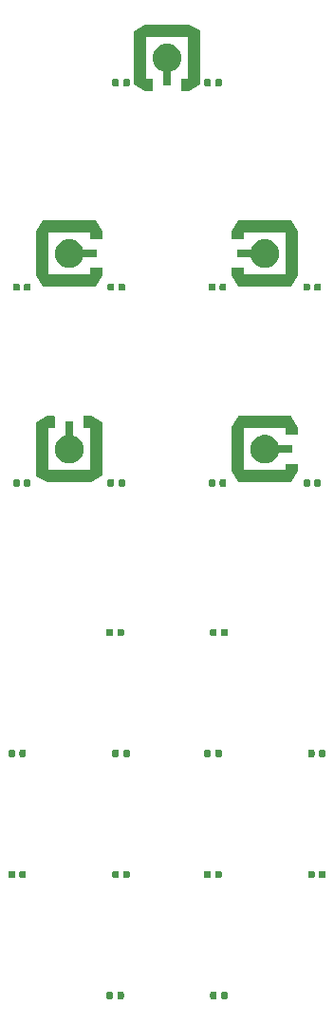
<source format=gbr>
G04 #@! TF.GenerationSoftware,KiCad,Pcbnew,(5.1.4-0-10_14)*
G04 #@! TF.CreationDate,2019-12-22T09:42:40+01:00*
G04 #@! TF.ProjectId,JETT_SELECT_Panel,4a455454-5f53-4454-9c45-43545f50616e,-*
G04 #@! TF.SameCoordinates,Original*
G04 #@! TF.FileFunction,Paste,Top*
G04 #@! TF.FilePolarity,Positive*
%FSLAX46Y46*%
G04 Gerber Fmt 4.6, Leading zero omitted, Abs format (unit mm)*
G04 Created by KiCad (PCBNEW (5.1.4-0-10_14)) date 2019-12-22 09:42:40*
%MOMM*%
%LPD*%
G04 APERTURE LIST*
%ADD10C,0.100000*%
%ADD11C,0.590000*%
%ADD12C,0.640000*%
%ADD13C,0.500000*%
G04 APERTURE END LIST*
D10*
G36*
X116516708Y-129313460D02*
G01*
X116531026Y-129315584D01*
X116545067Y-129319101D01*
X116558696Y-129323978D01*
X116571781Y-129330167D01*
X116584197Y-129337608D01*
X116595823Y-129346231D01*
X116606548Y-129355952D01*
X116616269Y-129366677D01*
X116624892Y-129378303D01*
X116632333Y-129390719D01*
X116638522Y-129403804D01*
X116643399Y-129417433D01*
X116646916Y-129431474D01*
X116649040Y-129445792D01*
X116649750Y-129460250D01*
X116649750Y-129805250D01*
X116649040Y-129819708D01*
X116646916Y-129834026D01*
X116643399Y-129848067D01*
X116638522Y-129861696D01*
X116632333Y-129874781D01*
X116624892Y-129887197D01*
X116616269Y-129898823D01*
X116606548Y-129909548D01*
X116595823Y-129919269D01*
X116584197Y-129927892D01*
X116571781Y-129935333D01*
X116558696Y-129941522D01*
X116545067Y-129946399D01*
X116531026Y-129949916D01*
X116516708Y-129952040D01*
X116502250Y-129952750D01*
X116207250Y-129952750D01*
X116192792Y-129952040D01*
X116178474Y-129949916D01*
X116164433Y-129946399D01*
X116150804Y-129941522D01*
X116137719Y-129935333D01*
X116125303Y-129927892D01*
X116113677Y-129919269D01*
X116102952Y-129909548D01*
X116093231Y-129898823D01*
X116084608Y-129887197D01*
X116077167Y-129874781D01*
X116070978Y-129861696D01*
X116066101Y-129848067D01*
X116062584Y-129834026D01*
X116060460Y-129819708D01*
X116059750Y-129805250D01*
X116059750Y-129460250D01*
X116060460Y-129445792D01*
X116062584Y-129431474D01*
X116066101Y-129417433D01*
X116070978Y-129403804D01*
X116077167Y-129390719D01*
X116084608Y-129378303D01*
X116093231Y-129366677D01*
X116102952Y-129355952D01*
X116113677Y-129346231D01*
X116125303Y-129337608D01*
X116137719Y-129330167D01*
X116150804Y-129323978D01*
X116164433Y-129319101D01*
X116178474Y-129315584D01*
X116192792Y-129313460D01*
X116207250Y-129312750D01*
X116502250Y-129312750D01*
X116516708Y-129313460D01*
X116516708Y-129313460D01*
G37*
D11*
X116354750Y-129632750D03*
D10*
G36*
X115546708Y-129313460D02*
G01*
X115561026Y-129315584D01*
X115575067Y-129319101D01*
X115588696Y-129323978D01*
X115601781Y-129330167D01*
X115614197Y-129337608D01*
X115625823Y-129346231D01*
X115636548Y-129355952D01*
X115646269Y-129366677D01*
X115654892Y-129378303D01*
X115662333Y-129390719D01*
X115668522Y-129403804D01*
X115673399Y-129417433D01*
X115676916Y-129431474D01*
X115679040Y-129445792D01*
X115679750Y-129460250D01*
X115679750Y-129805250D01*
X115679040Y-129819708D01*
X115676916Y-129834026D01*
X115673399Y-129848067D01*
X115668522Y-129861696D01*
X115662333Y-129874781D01*
X115654892Y-129887197D01*
X115646269Y-129898823D01*
X115636548Y-129909548D01*
X115625823Y-129919269D01*
X115614197Y-129927892D01*
X115601781Y-129935333D01*
X115588696Y-129941522D01*
X115575067Y-129946399D01*
X115561026Y-129949916D01*
X115546708Y-129952040D01*
X115532250Y-129952750D01*
X115237250Y-129952750D01*
X115222792Y-129952040D01*
X115208474Y-129949916D01*
X115194433Y-129946399D01*
X115180804Y-129941522D01*
X115167719Y-129935333D01*
X115155303Y-129927892D01*
X115143677Y-129919269D01*
X115132952Y-129909548D01*
X115123231Y-129898823D01*
X115114608Y-129887197D01*
X115107167Y-129874781D01*
X115100978Y-129861696D01*
X115096101Y-129848067D01*
X115092584Y-129834026D01*
X115090460Y-129819708D01*
X115089750Y-129805250D01*
X115089750Y-129460250D01*
X115090460Y-129445792D01*
X115092584Y-129431474D01*
X115096101Y-129417433D01*
X115100978Y-129403804D01*
X115107167Y-129390719D01*
X115114608Y-129378303D01*
X115123231Y-129366677D01*
X115132952Y-129355952D01*
X115143677Y-129346231D01*
X115155303Y-129337608D01*
X115167719Y-129330167D01*
X115180804Y-129323978D01*
X115194433Y-129319101D01*
X115208474Y-129315584D01*
X115222792Y-129313460D01*
X115237250Y-129312750D01*
X115532250Y-129312750D01*
X115546708Y-129313460D01*
X115546708Y-129313460D01*
G37*
D11*
X115384750Y-129632750D03*
D10*
G36*
X116516708Y-118523460D02*
G01*
X116531026Y-118525584D01*
X116545067Y-118529101D01*
X116558696Y-118533978D01*
X116571781Y-118540167D01*
X116584197Y-118547608D01*
X116595823Y-118556231D01*
X116606548Y-118565952D01*
X116616269Y-118576677D01*
X116624892Y-118588303D01*
X116632333Y-118600719D01*
X116638522Y-118613804D01*
X116643399Y-118627433D01*
X116646916Y-118641474D01*
X116649040Y-118655792D01*
X116649750Y-118670250D01*
X116649750Y-119015250D01*
X116649040Y-119029708D01*
X116646916Y-119044026D01*
X116643399Y-119058067D01*
X116638522Y-119071696D01*
X116632333Y-119084781D01*
X116624892Y-119097197D01*
X116616269Y-119108823D01*
X116606548Y-119119548D01*
X116595823Y-119129269D01*
X116584197Y-119137892D01*
X116571781Y-119145333D01*
X116558696Y-119151522D01*
X116545067Y-119156399D01*
X116531026Y-119159916D01*
X116516708Y-119162040D01*
X116502250Y-119162750D01*
X116207250Y-119162750D01*
X116192792Y-119162040D01*
X116178474Y-119159916D01*
X116164433Y-119156399D01*
X116150804Y-119151522D01*
X116137719Y-119145333D01*
X116125303Y-119137892D01*
X116113677Y-119129269D01*
X116102952Y-119119548D01*
X116093231Y-119108823D01*
X116084608Y-119097197D01*
X116077167Y-119084781D01*
X116070978Y-119071696D01*
X116066101Y-119058067D01*
X116062584Y-119044026D01*
X116060460Y-119029708D01*
X116059750Y-119015250D01*
X116059750Y-118670250D01*
X116060460Y-118655792D01*
X116062584Y-118641474D01*
X116066101Y-118627433D01*
X116070978Y-118613804D01*
X116077167Y-118600719D01*
X116084608Y-118588303D01*
X116093231Y-118576677D01*
X116102952Y-118565952D01*
X116113677Y-118556231D01*
X116125303Y-118547608D01*
X116137719Y-118540167D01*
X116150804Y-118533978D01*
X116164433Y-118529101D01*
X116178474Y-118525584D01*
X116192792Y-118523460D01*
X116207250Y-118522750D01*
X116502250Y-118522750D01*
X116516708Y-118523460D01*
X116516708Y-118523460D01*
G37*
D11*
X116354750Y-118842750D03*
D10*
G36*
X115546708Y-118523460D02*
G01*
X115561026Y-118525584D01*
X115575067Y-118529101D01*
X115588696Y-118533978D01*
X115601781Y-118540167D01*
X115614197Y-118547608D01*
X115625823Y-118556231D01*
X115636548Y-118565952D01*
X115646269Y-118576677D01*
X115654892Y-118588303D01*
X115662333Y-118600719D01*
X115668522Y-118613804D01*
X115673399Y-118627433D01*
X115676916Y-118641474D01*
X115679040Y-118655792D01*
X115679750Y-118670250D01*
X115679750Y-119015250D01*
X115679040Y-119029708D01*
X115676916Y-119044026D01*
X115673399Y-119058067D01*
X115668522Y-119071696D01*
X115662333Y-119084781D01*
X115654892Y-119097197D01*
X115646269Y-119108823D01*
X115636548Y-119119548D01*
X115625823Y-119129269D01*
X115614197Y-119137892D01*
X115601781Y-119145333D01*
X115588696Y-119151522D01*
X115575067Y-119156399D01*
X115561026Y-119159916D01*
X115546708Y-119162040D01*
X115532250Y-119162750D01*
X115237250Y-119162750D01*
X115222792Y-119162040D01*
X115208474Y-119159916D01*
X115194433Y-119156399D01*
X115180804Y-119151522D01*
X115167719Y-119145333D01*
X115155303Y-119137892D01*
X115143677Y-119129269D01*
X115132952Y-119119548D01*
X115123231Y-119108823D01*
X115114608Y-119097197D01*
X115107167Y-119084781D01*
X115100978Y-119071696D01*
X115096101Y-119058067D01*
X115092584Y-119044026D01*
X115090460Y-119029708D01*
X115089750Y-119015250D01*
X115089750Y-118670250D01*
X115090460Y-118655792D01*
X115092584Y-118641474D01*
X115096101Y-118627433D01*
X115100978Y-118613804D01*
X115107167Y-118600719D01*
X115114608Y-118588303D01*
X115123231Y-118576677D01*
X115132952Y-118565952D01*
X115143677Y-118556231D01*
X115155303Y-118547608D01*
X115167719Y-118540167D01*
X115180804Y-118533978D01*
X115194433Y-118529101D01*
X115208474Y-118525584D01*
X115222792Y-118523460D01*
X115237250Y-118522750D01*
X115532250Y-118522750D01*
X115546708Y-118523460D01*
X115546708Y-118523460D01*
G37*
D11*
X115384750Y-118842750D03*
D10*
G36*
X116106708Y-94393460D02*
G01*
X116121026Y-94395584D01*
X116135067Y-94399101D01*
X116148696Y-94403978D01*
X116161781Y-94410167D01*
X116174197Y-94417608D01*
X116185823Y-94426231D01*
X116196548Y-94435952D01*
X116206269Y-94446677D01*
X116214892Y-94458303D01*
X116222333Y-94470719D01*
X116228522Y-94483804D01*
X116233399Y-94497433D01*
X116236916Y-94511474D01*
X116239040Y-94525792D01*
X116239750Y-94540250D01*
X116239750Y-94885250D01*
X116239040Y-94899708D01*
X116236916Y-94914026D01*
X116233399Y-94928067D01*
X116228522Y-94941696D01*
X116222333Y-94954781D01*
X116214892Y-94967197D01*
X116206269Y-94978823D01*
X116196548Y-94989548D01*
X116185823Y-94999269D01*
X116174197Y-95007892D01*
X116161781Y-95015333D01*
X116148696Y-95021522D01*
X116135067Y-95026399D01*
X116121026Y-95029916D01*
X116106708Y-95032040D01*
X116092250Y-95032750D01*
X115797250Y-95032750D01*
X115782792Y-95032040D01*
X115768474Y-95029916D01*
X115754433Y-95026399D01*
X115740804Y-95021522D01*
X115727719Y-95015333D01*
X115715303Y-95007892D01*
X115703677Y-94999269D01*
X115692952Y-94989548D01*
X115683231Y-94978823D01*
X115674608Y-94967197D01*
X115667167Y-94954781D01*
X115660978Y-94941696D01*
X115656101Y-94928067D01*
X115652584Y-94914026D01*
X115650460Y-94899708D01*
X115649750Y-94885250D01*
X115649750Y-94540250D01*
X115650460Y-94525792D01*
X115652584Y-94511474D01*
X115656101Y-94497433D01*
X115660978Y-94483804D01*
X115667167Y-94470719D01*
X115674608Y-94458303D01*
X115683231Y-94446677D01*
X115692952Y-94435952D01*
X115703677Y-94426231D01*
X115715303Y-94417608D01*
X115727719Y-94410167D01*
X115740804Y-94403978D01*
X115754433Y-94399101D01*
X115768474Y-94395584D01*
X115782792Y-94393460D01*
X115797250Y-94392750D01*
X116092250Y-94392750D01*
X116106708Y-94393460D01*
X116106708Y-94393460D01*
G37*
D11*
X115944750Y-94712750D03*
D10*
G36*
X115136708Y-94393460D02*
G01*
X115151026Y-94395584D01*
X115165067Y-94399101D01*
X115178696Y-94403978D01*
X115191781Y-94410167D01*
X115204197Y-94417608D01*
X115215823Y-94426231D01*
X115226548Y-94435952D01*
X115236269Y-94446677D01*
X115244892Y-94458303D01*
X115252333Y-94470719D01*
X115258522Y-94483804D01*
X115263399Y-94497433D01*
X115266916Y-94511474D01*
X115269040Y-94525792D01*
X115269750Y-94540250D01*
X115269750Y-94885250D01*
X115269040Y-94899708D01*
X115266916Y-94914026D01*
X115263399Y-94928067D01*
X115258522Y-94941696D01*
X115252333Y-94954781D01*
X115244892Y-94967197D01*
X115236269Y-94978823D01*
X115226548Y-94989548D01*
X115215823Y-94999269D01*
X115204197Y-95007892D01*
X115191781Y-95015333D01*
X115178696Y-95021522D01*
X115165067Y-95026399D01*
X115151026Y-95029916D01*
X115136708Y-95032040D01*
X115122250Y-95032750D01*
X114827250Y-95032750D01*
X114812792Y-95032040D01*
X114798474Y-95029916D01*
X114784433Y-95026399D01*
X114770804Y-95021522D01*
X114757719Y-95015333D01*
X114745303Y-95007892D01*
X114733677Y-94999269D01*
X114722952Y-94989548D01*
X114713231Y-94978823D01*
X114704608Y-94967197D01*
X114697167Y-94954781D01*
X114690978Y-94941696D01*
X114686101Y-94928067D01*
X114682584Y-94914026D01*
X114680460Y-94899708D01*
X114679750Y-94885250D01*
X114679750Y-94540250D01*
X114680460Y-94525792D01*
X114682584Y-94511474D01*
X114686101Y-94497433D01*
X114690978Y-94483804D01*
X114697167Y-94470719D01*
X114704608Y-94458303D01*
X114713231Y-94446677D01*
X114722952Y-94435952D01*
X114733677Y-94426231D01*
X114745303Y-94417608D01*
X114757719Y-94410167D01*
X114770804Y-94403978D01*
X114784433Y-94399101D01*
X114798474Y-94395584D01*
X114812792Y-94393460D01*
X114827250Y-94392750D01*
X115122250Y-94392750D01*
X115136708Y-94393460D01*
X115136708Y-94393460D01*
G37*
D11*
X114974750Y-94712750D03*
D10*
G36*
X116106708Y-76923460D02*
G01*
X116121026Y-76925584D01*
X116135067Y-76929101D01*
X116148696Y-76933978D01*
X116161781Y-76940167D01*
X116174197Y-76947608D01*
X116185823Y-76956231D01*
X116196548Y-76965952D01*
X116206269Y-76976677D01*
X116214892Y-76988303D01*
X116222333Y-77000719D01*
X116228522Y-77013804D01*
X116233399Y-77027433D01*
X116236916Y-77041474D01*
X116239040Y-77055792D01*
X116239750Y-77070250D01*
X116239750Y-77415250D01*
X116239040Y-77429708D01*
X116236916Y-77444026D01*
X116233399Y-77458067D01*
X116228522Y-77471696D01*
X116222333Y-77484781D01*
X116214892Y-77497197D01*
X116206269Y-77508823D01*
X116196548Y-77519548D01*
X116185823Y-77529269D01*
X116174197Y-77537892D01*
X116161781Y-77545333D01*
X116148696Y-77551522D01*
X116135067Y-77556399D01*
X116121026Y-77559916D01*
X116106708Y-77562040D01*
X116092250Y-77562750D01*
X115797250Y-77562750D01*
X115782792Y-77562040D01*
X115768474Y-77559916D01*
X115754433Y-77556399D01*
X115740804Y-77551522D01*
X115727719Y-77545333D01*
X115715303Y-77537892D01*
X115703677Y-77529269D01*
X115692952Y-77519548D01*
X115683231Y-77508823D01*
X115674608Y-77497197D01*
X115667167Y-77484781D01*
X115660978Y-77471696D01*
X115656101Y-77458067D01*
X115652584Y-77444026D01*
X115650460Y-77429708D01*
X115649750Y-77415250D01*
X115649750Y-77070250D01*
X115650460Y-77055792D01*
X115652584Y-77041474D01*
X115656101Y-77027433D01*
X115660978Y-77013804D01*
X115667167Y-77000719D01*
X115674608Y-76988303D01*
X115683231Y-76976677D01*
X115692952Y-76965952D01*
X115703677Y-76956231D01*
X115715303Y-76947608D01*
X115727719Y-76940167D01*
X115740804Y-76933978D01*
X115754433Y-76929101D01*
X115768474Y-76925584D01*
X115782792Y-76923460D01*
X115797250Y-76922750D01*
X116092250Y-76922750D01*
X116106708Y-76923460D01*
X116106708Y-76923460D01*
G37*
D11*
X115944750Y-77242750D03*
D10*
G36*
X115136708Y-76923460D02*
G01*
X115151026Y-76925584D01*
X115165067Y-76929101D01*
X115178696Y-76933978D01*
X115191781Y-76940167D01*
X115204197Y-76947608D01*
X115215823Y-76956231D01*
X115226548Y-76965952D01*
X115236269Y-76976677D01*
X115244892Y-76988303D01*
X115252333Y-77000719D01*
X115258522Y-77013804D01*
X115263399Y-77027433D01*
X115266916Y-77041474D01*
X115269040Y-77055792D01*
X115269750Y-77070250D01*
X115269750Y-77415250D01*
X115269040Y-77429708D01*
X115266916Y-77444026D01*
X115263399Y-77458067D01*
X115258522Y-77471696D01*
X115252333Y-77484781D01*
X115244892Y-77497197D01*
X115236269Y-77508823D01*
X115226548Y-77519548D01*
X115215823Y-77529269D01*
X115204197Y-77537892D01*
X115191781Y-77545333D01*
X115178696Y-77551522D01*
X115165067Y-77556399D01*
X115151026Y-77559916D01*
X115136708Y-77562040D01*
X115122250Y-77562750D01*
X114827250Y-77562750D01*
X114812792Y-77562040D01*
X114798474Y-77559916D01*
X114784433Y-77556399D01*
X114770804Y-77551522D01*
X114757719Y-77545333D01*
X114745303Y-77537892D01*
X114733677Y-77529269D01*
X114722952Y-77519548D01*
X114713231Y-77508823D01*
X114704608Y-77497197D01*
X114697167Y-77484781D01*
X114690978Y-77471696D01*
X114686101Y-77458067D01*
X114682584Y-77444026D01*
X114680460Y-77429708D01*
X114679750Y-77415250D01*
X114679750Y-77070250D01*
X114680460Y-77055792D01*
X114682584Y-77041474D01*
X114686101Y-77027433D01*
X114690978Y-77013804D01*
X114697167Y-77000719D01*
X114704608Y-76988303D01*
X114713231Y-76976677D01*
X114722952Y-76965952D01*
X114733677Y-76956231D01*
X114745303Y-76947608D01*
X114757719Y-76940167D01*
X114770804Y-76933978D01*
X114784433Y-76929101D01*
X114798474Y-76925584D01*
X114812792Y-76923460D01*
X114827250Y-76922750D01*
X115122250Y-76922750D01*
X115136708Y-76923460D01*
X115136708Y-76923460D01*
G37*
D11*
X114974750Y-77242750D03*
D10*
G36*
X107256708Y-129313460D02*
G01*
X107271026Y-129315584D01*
X107285067Y-129319101D01*
X107298696Y-129323978D01*
X107311781Y-129330167D01*
X107324197Y-129337608D01*
X107335823Y-129346231D01*
X107346548Y-129355952D01*
X107356269Y-129366677D01*
X107364892Y-129378303D01*
X107372333Y-129390719D01*
X107378522Y-129403804D01*
X107383399Y-129417433D01*
X107386916Y-129431474D01*
X107389040Y-129445792D01*
X107389750Y-129460250D01*
X107389750Y-129805250D01*
X107389040Y-129819708D01*
X107386916Y-129834026D01*
X107383399Y-129848067D01*
X107378522Y-129861696D01*
X107372333Y-129874781D01*
X107364892Y-129887197D01*
X107356269Y-129898823D01*
X107346548Y-129909548D01*
X107335823Y-129919269D01*
X107324197Y-129927892D01*
X107311781Y-129935333D01*
X107298696Y-129941522D01*
X107285067Y-129946399D01*
X107271026Y-129949916D01*
X107256708Y-129952040D01*
X107242250Y-129952750D01*
X106947250Y-129952750D01*
X106932792Y-129952040D01*
X106918474Y-129949916D01*
X106904433Y-129946399D01*
X106890804Y-129941522D01*
X106877719Y-129935333D01*
X106865303Y-129927892D01*
X106853677Y-129919269D01*
X106842952Y-129909548D01*
X106833231Y-129898823D01*
X106824608Y-129887197D01*
X106817167Y-129874781D01*
X106810978Y-129861696D01*
X106806101Y-129848067D01*
X106802584Y-129834026D01*
X106800460Y-129819708D01*
X106799750Y-129805250D01*
X106799750Y-129460250D01*
X106800460Y-129445792D01*
X106802584Y-129431474D01*
X106806101Y-129417433D01*
X106810978Y-129403804D01*
X106817167Y-129390719D01*
X106824608Y-129378303D01*
X106833231Y-129366677D01*
X106842952Y-129355952D01*
X106853677Y-129346231D01*
X106865303Y-129337608D01*
X106877719Y-129330167D01*
X106890804Y-129323978D01*
X106904433Y-129319101D01*
X106918474Y-129315584D01*
X106932792Y-129313460D01*
X106947250Y-129312750D01*
X107242250Y-129312750D01*
X107256708Y-129313460D01*
X107256708Y-129313460D01*
G37*
D11*
X107094750Y-129632750D03*
D10*
G36*
X106286708Y-129313460D02*
G01*
X106301026Y-129315584D01*
X106315067Y-129319101D01*
X106328696Y-129323978D01*
X106341781Y-129330167D01*
X106354197Y-129337608D01*
X106365823Y-129346231D01*
X106376548Y-129355952D01*
X106386269Y-129366677D01*
X106394892Y-129378303D01*
X106402333Y-129390719D01*
X106408522Y-129403804D01*
X106413399Y-129417433D01*
X106416916Y-129431474D01*
X106419040Y-129445792D01*
X106419750Y-129460250D01*
X106419750Y-129805250D01*
X106419040Y-129819708D01*
X106416916Y-129834026D01*
X106413399Y-129848067D01*
X106408522Y-129861696D01*
X106402333Y-129874781D01*
X106394892Y-129887197D01*
X106386269Y-129898823D01*
X106376548Y-129909548D01*
X106365823Y-129919269D01*
X106354197Y-129927892D01*
X106341781Y-129935333D01*
X106328696Y-129941522D01*
X106315067Y-129946399D01*
X106301026Y-129949916D01*
X106286708Y-129952040D01*
X106272250Y-129952750D01*
X105977250Y-129952750D01*
X105962792Y-129952040D01*
X105948474Y-129949916D01*
X105934433Y-129946399D01*
X105920804Y-129941522D01*
X105907719Y-129935333D01*
X105895303Y-129927892D01*
X105883677Y-129919269D01*
X105872952Y-129909548D01*
X105863231Y-129898823D01*
X105854608Y-129887197D01*
X105847167Y-129874781D01*
X105840978Y-129861696D01*
X105836101Y-129848067D01*
X105832584Y-129834026D01*
X105830460Y-129819708D01*
X105829750Y-129805250D01*
X105829750Y-129460250D01*
X105830460Y-129445792D01*
X105832584Y-129431474D01*
X105836101Y-129417433D01*
X105840978Y-129403804D01*
X105847167Y-129390719D01*
X105854608Y-129378303D01*
X105863231Y-129366677D01*
X105872952Y-129355952D01*
X105883677Y-129346231D01*
X105895303Y-129337608D01*
X105907719Y-129330167D01*
X105920804Y-129323978D01*
X105934433Y-129319101D01*
X105948474Y-129315584D01*
X105962792Y-129313460D01*
X105977250Y-129312750D01*
X106272250Y-129312750D01*
X106286708Y-129313460D01*
X106286708Y-129313460D01*
G37*
D11*
X106124750Y-129632750D03*
D10*
G36*
X107256708Y-118523460D02*
G01*
X107271026Y-118525584D01*
X107285067Y-118529101D01*
X107298696Y-118533978D01*
X107311781Y-118540167D01*
X107324197Y-118547608D01*
X107335823Y-118556231D01*
X107346548Y-118565952D01*
X107356269Y-118576677D01*
X107364892Y-118588303D01*
X107372333Y-118600719D01*
X107378522Y-118613804D01*
X107383399Y-118627433D01*
X107386916Y-118641474D01*
X107389040Y-118655792D01*
X107389750Y-118670250D01*
X107389750Y-119015250D01*
X107389040Y-119029708D01*
X107386916Y-119044026D01*
X107383399Y-119058067D01*
X107378522Y-119071696D01*
X107372333Y-119084781D01*
X107364892Y-119097197D01*
X107356269Y-119108823D01*
X107346548Y-119119548D01*
X107335823Y-119129269D01*
X107324197Y-119137892D01*
X107311781Y-119145333D01*
X107298696Y-119151522D01*
X107285067Y-119156399D01*
X107271026Y-119159916D01*
X107256708Y-119162040D01*
X107242250Y-119162750D01*
X106947250Y-119162750D01*
X106932792Y-119162040D01*
X106918474Y-119159916D01*
X106904433Y-119156399D01*
X106890804Y-119151522D01*
X106877719Y-119145333D01*
X106865303Y-119137892D01*
X106853677Y-119129269D01*
X106842952Y-119119548D01*
X106833231Y-119108823D01*
X106824608Y-119097197D01*
X106817167Y-119084781D01*
X106810978Y-119071696D01*
X106806101Y-119058067D01*
X106802584Y-119044026D01*
X106800460Y-119029708D01*
X106799750Y-119015250D01*
X106799750Y-118670250D01*
X106800460Y-118655792D01*
X106802584Y-118641474D01*
X106806101Y-118627433D01*
X106810978Y-118613804D01*
X106817167Y-118600719D01*
X106824608Y-118588303D01*
X106833231Y-118576677D01*
X106842952Y-118565952D01*
X106853677Y-118556231D01*
X106865303Y-118547608D01*
X106877719Y-118540167D01*
X106890804Y-118533978D01*
X106904433Y-118529101D01*
X106918474Y-118525584D01*
X106932792Y-118523460D01*
X106947250Y-118522750D01*
X107242250Y-118522750D01*
X107256708Y-118523460D01*
X107256708Y-118523460D01*
G37*
D11*
X107094750Y-118842750D03*
D10*
G36*
X106286708Y-118523460D02*
G01*
X106301026Y-118525584D01*
X106315067Y-118529101D01*
X106328696Y-118533978D01*
X106341781Y-118540167D01*
X106354197Y-118547608D01*
X106365823Y-118556231D01*
X106376548Y-118565952D01*
X106386269Y-118576677D01*
X106394892Y-118588303D01*
X106402333Y-118600719D01*
X106408522Y-118613804D01*
X106413399Y-118627433D01*
X106416916Y-118641474D01*
X106419040Y-118655792D01*
X106419750Y-118670250D01*
X106419750Y-119015250D01*
X106419040Y-119029708D01*
X106416916Y-119044026D01*
X106413399Y-119058067D01*
X106408522Y-119071696D01*
X106402333Y-119084781D01*
X106394892Y-119097197D01*
X106386269Y-119108823D01*
X106376548Y-119119548D01*
X106365823Y-119129269D01*
X106354197Y-119137892D01*
X106341781Y-119145333D01*
X106328696Y-119151522D01*
X106315067Y-119156399D01*
X106301026Y-119159916D01*
X106286708Y-119162040D01*
X106272250Y-119162750D01*
X105977250Y-119162750D01*
X105962792Y-119162040D01*
X105948474Y-119159916D01*
X105934433Y-119156399D01*
X105920804Y-119151522D01*
X105907719Y-119145333D01*
X105895303Y-119137892D01*
X105883677Y-119129269D01*
X105872952Y-119119548D01*
X105863231Y-119108823D01*
X105854608Y-119097197D01*
X105847167Y-119084781D01*
X105840978Y-119071696D01*
X105836101Y-119058067D01*
X105832584Y-119044026D01*
X105830460Y-119029708D01*
X105829750Y-119015250D01*
X105829750Y-118670250D01*
X105830460Y-118655792D01*
X105832584Y-118641474D01*
X105836101Y-118627433D01*
X105840978Y-118613804D01*
X105847167Y-118600719D01*
X105854608Y-118588303D01*
X105863231Y-118576677D01*
X105872952Y-118565952D01*
X105883677Y-118556231D01*
X105895303Y-118547608D01*
X105907719Y-118540167D01*
X105920804Y-118533978D01*
X105934433Y-118529101D01*
X105948474Y-118525584D01*
X105962792Y-118523460D01*
X105977250Y-118522750D01*
X106272250Y-118522750D01*
X106286708Y-118523460D01*
X106286708Y-118523460D01*
G37*
D11*
X106124750Y-118842750D03*
D10*
G36*
X106696708Y-94393460D02*
G01*
X106711026Y-94395584D01*
X106725067Y-94399101D01*
X106738696Y-94403978D01*
X106751781Y-94410167D01*
X106764197Y-94417608D01*
X106775823Y-94426231D01*
X106786548Y-94435952D01*
X106796269Y-94446677D01*
X106804892Y-94458303D01*
X106812333Y-94470719D01*
X106818522Y-94483804D01*
X106823399Y-94497433D01*
X106826916Y-94511474D01*
X106829040Y-94525792D01*
X106829750Y-94540250D01*
X106829750Y-94885250D01*
X106829040Y-94899708D01*
X106826916Y-94914026D01*
X106823399Y-94928067D01*
X106818522Y-94941696D01*
X106812333Y-94954781D01*
X106804892Y-94967197D01*
X106796269Y-94978823D01*
X106786548Y-94989548D01*
X106775823Y-94999269D01*
X106764197Y-95007892D01*
X106751781Y-95015333D01*
X106738696Y-95021522D01*
X106725067Y-95026399D01*
X106711026Y-95029916D01*
X106696708Y-95032040D01*
X106682250Y-95032750D01*
X106387250Y-95032750D01*
X106372792Y-95032040D01*
X106358474Y-95029916D01*
X106344433Y-95026399D01*
X106330804Y-95021522D01*
X106317719Y-95015333D01*
X106305303Y-95007892D01*
X106293677Y-94999269D01*
X106282952Y-94989548D01*
X106273231Y-94978823D01*
X106264608Y-94967197D01*
X106257167Y-94954781D01*
X106250978Y-94941696D01*
X106246101Y-94928067D01*
X106242584Y-94914026D01*
X106240460Y-94899708D01*
X106239750Y-94885250D01*
X106239750Y-94540250D01*
X106240460Y-94525792D01*
X106242584Y-94511474D01*
X106246101Y-94497433D01*
X106250978Y-94483804D01*
X106257167Y-94470719D01*
X106264608Y-94458303D01*
X106273231Y-94446677D01*
X106282952Y-94435952D01*
X106293677Y-94426231D01*
X106305303Y-94417608D01*
X106317719Y-94410167D01*
X106330804Y-94403978D01*
X106344433Y-94399101D01*
X106358474Y-94395584D01*
X106372792Y-94393460D01*
X106387250Y-94392750D01*
X106682250Y-94392750D01*
X106696708Y-94393460D01*
X106696708Y-94393460D01*
G37*
D11*
X106534750Y-94712750D03*
D10*
G36*
X107666708Y-94393460D02*
G01*
X107681026Y-94395584D01*
X107695067Y-94399101D01*
X107708696Y-94403978D01*
X107721781Y-94410167D01*
X107734197Y-94417608D01*
X107745823Y-94426231D01*
X107756548Y-94435952D01*
X107766269Y-94446677D01*
X107774892Y-94458303D01*
X107782333Y-94470719D01*
X107788522Y-94483804D01*
X107793399Y-94497433D01*
X107796916Y-94511474D01*
X107799040Y-94525792D01*
X107799750Y-94540250D01*
X107799750Y-94885250D01*
X107799040Y-94899708D01*
X107796916Y-94914026D01*
X107793399Y-94928067D01*
X107788522Y-94941696D01*
X107782333Y-94954781D01*
X107774892Y-94967197D01*
X107766269Y-94978823D01*
X107756548Y-94989548D01*
X107745823Y-94999269D01*
X107734197Y-95007892D01*
X107721781Y-95015333D01*
X107708696Y-95021522D01*
X107695067Y-95026399D01*
X107681026Y-95029916D01*
X107666708Y-95032040D01*
X107652250Y-95032750D01*
X107357250Y-95032750D01*
X107342792Y-95032040D01*
X107328474Y-95029916D01*
X107314433Y-95026399D01*
X107300804Y-95021522D01*
X107287719Y-95015333D01*
X107275303Y-95007892D01*
X107263677Y-94999269D01*
X107252952Y-94989548D01*
X107243231Y-94978823D01*
X107234608Y-94967197D01*
X107227167Y-94954781D01*
X107220978Y-94941696D01*
X107216101Y-94928067D01*
X107212584Y-94914026D01*
X107210460Y-94899708D01*
X107209750Y-94885250D01*
X107209750Y-94540250D01*
X107210460Y-94525792D01*
X107212584Y-94511474D01*
X107216101Y-94497433D01*
X107220978Y-94483804D01*
X107227167Y-94470719D01*
X107234608Y-94458303D01*
X107243231Y-94446677D01*
X107252952Y-94435952D01*
X107263677Y-94426231D01*
X107275303Y-94417608D01*
X107287719Y-94410167D01*
X107300804Y-94403978D01*
X107314433Y-94399101D01*
X107328474Y-94395584D01*
X107342792Y-94393460D01*
X107357250Y-94392750D01*
X107652250Y-94392750D01*
X107666708Y-94393460D01*
X107666708Y-94393460D01*
G37*
D11*
X107504750Y-94712750D03*
D10*
G36*
X106696708Y-76923460D02*
G01*
X106711026Y-76925584D01*
X106725067Y-76929101D01*
X106738696Y-76933978D01*
X106751781Y-76940167D01*
X106764197Y-76947608D01*
X106775823Y-76956231D01*
X106786548Y-76965952D01*
X106796269Y-76976677D01*
X106804892Y-76988303D01*
X106812333Y-77000719D01*
X106818522Y-77013804D01*
X106823399Y-77027433D01*
X106826916Y-77041474D01*
X106829040Y-77055792D01*
X106829750Y-77070250D01*
X106829750Y-77415250D01*
X106829040Y-77429708D01*
X106826916Y-77444026D01*
X106823399Y-77458067D01*
X106818522Y-77471696D01*
X106812333Y-77484781D01*
X106804892Y-77497197D01*
X106796269Y-77508823D01*
X106786548Y-77519548D01*
X106775823Y-77529269D01*
X106764197Y-77537892D01*
X106751781Y-77545333D01*
X106738696Y-77551522D01*
X106725067Y-77556399D01*
X106711026Y-77559916D01*
X106696708Y-77562040D01*
X106682250Y-77562750D01*
X106387250Y-77562750D01*
X106372792Y-77562040D01*
X106358474Y-77559916D01*
X106344433Y-77556399D01*
X106330804Y-77551522D01*
X106317719Y-77545333D01*
X106305303Y-77537892D01*
X106293677Y-77529269D01*
X106282952Y-77519548D01*
X106273231Y-77508823D01*
X106264608Y-77497197D01*
X106257167Y-77484781D01*
X106250978Y-77471696D01*
X106246101Y-77458067D01*
X106242584Y-77444026D01*
X106240460Y-77429708D01*
X106239750Y-77415250D01*
X106239750Y-77070250D01*
X106240460Y-77055792D01*
X106242584Y-77041474D01*
X106246101Y-77027433D01*
X106250978Y-77013804D01*
X106257167Y-77000719D01*
X106264608Y-76988303D01*
X106273231Y-76976677D01*
X106282952Y-76965952D01*
X106293677Y-76956231D01*
X106305303Y-76947608D01*
X106317719Y-76940167D01*
X106330804Y-76933978D01*
X106344433Y-76929101D01*
X106358474Y-76925584D01*
X106372792Y-76923460D01*
X106387250Y-76922750D01*
X106682250Y-76922750D01*
X106696708Y-76923460D01*
X106696708Y-76923460D01*
G37*
D11*
X106534750Y-77242750D03*
D10*
G36*
X107666708Y-76923460D02*
G01*
X107681026Y-76925584D01*
X107695067Y-76929101D01*
X107708696Y-76933978D01*
X107721781Y-76940167D01*
X107734197Y-76947608D01*
X107745823Y-76956231D01*
X107756548Y-76965952D01*
X107766269Y-76976677D01*
X107774892Y-76988303D01*
X107782333Y-77000719D01*
X107788522Y-77013804D01*
X107793399Y-77027433D01*
X107796916Y-77041474D01*
X107799040Y-77055792D01*
X107799750Y-77070250D01*
X107799750Y-77415250D01*
X107799040Y-77429708D01*
X107796916Y-77444026D01*
X107793399Y-77458067D01*
X107788522Y-77471696D01*
X107782333Y-77484781D01*
X107774892Y-77497197D01*
X107766269Y-77508823D01*
X107756548Y-77519548D01*
X107745823Y-77529269D01*
X107734197Y-77537892D01*
X107721781Y-77545333D01*
X107708696Y-77551522D01*
X107695067Y-77556399D01*
X107681026Y-77559916D01*
X107666708Y-77562040D01*
X107652250Y-77562750D01*
X107357250Y-77562750D01*
X107342792Y-77562040D01*
X107328474Y-77559916D01*
X107314433Y-77556399D01*
X107300804Y-77551522D01*
X107287719Y-77545333D01*
X107275303Y-77537892D01*
X107263677Y-77529269D01*
X107252952Y-77519548D01*
X107243231Y-77508823D01*
X107234608Y-77497197D01*
X107227167Y-77484781D01*
X107220978Y-77471696D01*
X107216101Y-77458067D01*
X107212584Y-77444026D01*
X107210460Y-77429708D01*
X107209750Y-77415250D01*
X107209750Y-77070250D01*
X107210460Y-77055792D01*
X107212584Y-77041474D01*
X107216101Y-77027433D01*
X107220978Y-77013804D01*
X107227167Y-77000719D01*
X107234608Y-76988303D01*
X107243231Y-76976677D01*
X107252952Y-76965952D01*
X107263677Y-76956231D01*
X107275303Y-76947608D01*
X107287719Y-76940167D01*
X107300804Y-76933978D01*
X107314433Y-76929101D01*
X107328474Y-76925584D01*
X107342792Y-76923460D01*
X107357250Y-76922750D01*
X107652250Y-76922750D01*
X107666708Y-76923460D01*
X107666708Y-76923460D01*
G37*
D11*
X107504750Y-77242750D03*
D10*
G36*
X107786708Y-140113460D02*
G01*
X107801026Y-140115584D01*
X107815067Y-140119101D01*
X107828696Y-140123978D01*
X107841781Y-140130167D01*
X107854197Y-140137608D01*
X107865823Y-140146231D01*
X107876548Y-140155952D01*
X107886269Y-140166677D01*
X107894892Y-140178303D01*
X107902333Y-140190719D01*
X107908522Y-140203804D01*
X107913399Y-140217433D01*
X107916916Y-140231474D01*
X107919040Y-140245792D01*
X107919750Y-140260250D01*
X107919750Y-140605250D01*
X107919040Y-140619708D01*
X107916916Y-140634026D01*
X107913399Y-140648067D01*
X107908522Y-140661696D01*
X107902333Y-140674781D01*
X107894892Y-140687197D01*
X107886269Y-140698823D01*
X107876548Y-140709548D01*
X107865823Y-140719269D01*
X107854197Y-140727892D01*
X107841781Y-140735333D01*
X107828696Y-140741522D01*
X107815067Y-140746399D01*
X107801026Y-140749916D01*
X107786708Y-140752040D01*
X107772250Y-140752750D01*
X107477250Y-140752750D01*
X107462792Y-140752040D01*
X107448474Y-140749916D01*
X107434433Y-140746399D01*
X107420804Y-140741522D01*
X107407719Y-140735333D01*
X107395303Y-140727892D01*
X107383677Y-140719269D01*
X107372952Y-140709548D01*
X107363231Y-140698823D01*
X107354608Y-140687197D01*
X107347167Y-140674781D01*
X107340978Y-140661696D01*
X107336101Y-140648067D01*
X107332584Y-140634026D01*
X107330460Y-140619708D01*
X107329750Y-140605250D01*
X107329750Y-140260250D01*
X107330460Y-140245792D01*
X107332584Y-140231474D01*
X107336101Y-140217433D01*
X107340978Y-140203804D01*
X107347167Y-140190719D01*
X107354608Y-140178303D01*
X107363231Y-140166677D01*
X107372952Y-140155952D01*
X107383677Y-140146231D01*
X107395303Y-140137608D01*
X107407719Y-140130167D01*
X107420804Y-140123978D01*
X107434433Y-140119101D01*
X107448474Y-140115584D01*
X107462792Y-140113460D01*
X107477250Y-140112750D01*
X107772250Y-140112750D01*
X107786708Y-140113460D01*
X107786708Y-140113460D01*
G37*
D11*
X107624750Y-140432750D03*
D10*
G36*
X106816708Y-140113460D02*
G01*
X106831026Y-140115584D01*
X106845067Y-140119101D01*
X106858696Y-140123978D01*
X106871781Y-140130167D01*
X106884197Y-140137608D01*
X106895823Y-140146231D01*
X106906548Y-140155952D01*
X106916269Y-140166677D01*
X106924892Y-140178303D01*
X106932333Y-140190719D01*
X106938522Y-140203804D01*
X106943399Y-140217433D01*
X106946916Y-140231474D01*
X106949040Y-140245792D01*
X106949750Y-140260250D01*
X106949750Y-140605250D01*
X106949040Y-140619708D01*
X106946916Y-140634026D01*
X106943399Y-140648067D01*
X106938522Y-140661696D01*
X106932333Y-140674781D01*
X106924892Y-140687197D01*
X106916269Y-140698823D01*
X106906548Y-140709548D01*
X106895823Y-140719269D01*
X106884197Y-140727892D01*
X106871781Y-140735333D01*
X106858696Y-140741522D01*
X106845067Y-140746399D01*
X106831026Y-140749916D01*
X106816708Y-140752040D01*
X106802250Y-140752750D01*
X106507250Y-140752750D01*
X106492792Y-140752040D01*
X106478474Y-140749916D01*
X106464433Y-140746399D01*
X106450804Y-140741522D01*
X106437719Y-140735333D01*
X106425303Y-140727892D01*
X106413677Y-140719269D01*
X106402952Y-140709548D01*
X106393231Y-140698823D01*
X106384608Y-140687197D01*
X106377167Y-140674781D01*
X106370978Y-140661696D01*
X106366101Y-140648067D01*
X106362584Y-140634026D01*
X106360460Y-140619708D01*
X106359750Y-140605250D01*
X106359750Y-140260250D01*
X106360460Y-140245792D01*
X106362584Y-140231474D01*
X106366101Y-140217433D01*
X106370978Y-140203804D01*
X106377167Y-140190719D01*
X106384608Y-140178303D01*
X106393231Y-140166677D01*
X106402952Y-140155952D01*
X106413677Y-140146231D01*
X106425303Y-140137608D01*
X106437719Y-140130167D01*
X106450804Y-140123978D01*
X106464433Y-140119101D01*
X106478474Y-140115584D01*
X106492792Y-140113460D01*
X106507250Y-140112750D01*
X106802250Y-140112750D01*
X106816708Y-140113460D01*
X106816708Y-140113460D01*
G37*
D11*
X106654750Y-140432750D03*
D10*
G36*
X99056708Y-129313460D02*
G01*
X99071026Y-129315584D01*
X99085067Y-129319101D01*
X99098696Y-129323978D01*
X99111781Y-129330167D01*
X99124197Y-129337608D01*
X99135823Y-129346231D01*
X99146548Y-129355952D01*
X99156269Y-129366677D01*
X99164892Y-129378303D01*
X99172333Y-129390719D01*
X99178522Y-129403804D01*
X99183399Y-129417433D01*
X99186916Y-129431474D01*
X99189040Y-129445792D01*
X99189750Y-129460250D01*
X99189750Y-129805250D01*
X99189040Y-129819708D01*
X99186916Y-129834026D01*
X99183399Y-129848067D01*
X99178522Y-129861696D01*
X99172333Y-129874781D01*
X99164892Y-129887197D01*
X99156269Y-129898823D01*
X99146548Y-129909548D01*
X99135823Y-129919269D01*
X99124197Y-129927892D01*
X99111781Y-129935333D01*
X99098696Y-129941522D01*
X99085067Y-129946399D01*
X99071026Y-129949916D01*
X99056708Y-129952040D01*
X99042250Y-129952750D01*
X98747250Y-129952750D01*
X98732792Y-129952040D01*
X98718474Y-129949916D01*
X98704433Y-129946399D01*
X98690804Y-129941522D01*
X98677719Y-129935333D01*
X98665303Y-129927892D01*
X98653677Y-129919269D01*
X98642952Y-129909548D01*
X98633231Y-129898823D01*
X98624608Y-129887197D01*
X98617167Y-129874781D01*
X98610978Y-129861696D01*
X98606101Y-129848067D01*
X98602584Y-129834026D01*
X98600460Y-129819708D01*
X98599750Y-129805250D01*
X98599750Y-129460250D01*
X98600460Y-129445792D01*
X98602584Y-129431474D01*
X98606101Y-129417433D01*
X98610978Y-129403804D01*
X98617167Y-129390719D01*
X98624608Y-129378303D01*
X98633231Y-129366677D01*
X98642952Y-129355952D01*
X98653677Y-129346231D01*
X98665303Y-129337608D01*
X98677719Y-129330167D01*
X98690804Y-129323978D01*
X98704433Y-129319101D01*
X98718474Y-129315584D01*
X98732792Y-129313460D01*
X98747250Y-129312750D01*
X99042250Y-129312750D01*
X99056708Y-129313460D01*
X99056708Y-129313460D01*
G37*
D11*
X98894750Y-129632750D03*
D10*
G36*
X98086708Y-129313460D02*
G01*
X98101026Y-129315584D01*
X98115067Y-129319101D01*
X98128696Y-129323978D01*
X98141781Y-129330167D01*
X98154197Y-129337608D01*
X98165823Y-129346231D01*
X98176548Y-129355952D01*
X98186269Y-129366677D01*
X98194892Y-129378303D01*
X98202333Y-129390719D01*
X98208522Y-129403804D01*
X98213399Y-129417433D01*
X98216916Y-129431474D01*
X98219040Y-129445792D01*
X98219750Y-129460250D01*
X98219750Y-129805250D01*
X98219040Y-129819708D01*
X98216916Y-129834026D01*
X98213399Y-129848067D01*
X98208522Y-129861696D01*
X98202333Y-129874781D01*
X98194892Y-129887197D01*
X98186269Y-129898823D01*
X98176548Y-129909548D01*
X98165823Y-129919269D01*
X98154197Y-129927892D01*
X98141781Y-129935333D01*
X98128696Y-129941522D01*
X98115067Y-129946399D01*
X98101026Y-129949916D01*
X98086708Y-129952040D01*
X98072250Y-129952750D01*
X97777250Y-129952750D01*
X97762792Y-129952040D01*
X97748474Y-129949916D01*
X97734433Y-129946399D01*
X97720804Y-129941522D01*
X97707719Y-129935333D01*
X97695303Y-129927892D01*
X97683677Y-129919269D01*
X97672952Y-129909548D01*
X97663231Y-129898823D01*
X97654608Y-129887197D01*
X97647167Y-129874781D01*
X97640978Y-129861696D01*
X97636101Y-129848067D01*
X97632584Y-129834026D01*
X97630460Y-129819708D01*
X97629750Y-129805250D01*
X97629750Y-129460250D01*
X97630460Y-129445792D01*
X97632584Y-129431474D01*
X97636101Y-129417433D01*
X97640978Y-129403804D01*
X97647167Y-129390719D01*
X97654608Y-129378303D01*
X97663231Y-129366677D01*
X97672952Y-129355952D01*
X97683677Y-129346231D01*
X97695303Y-129337608D01*
X97707719Y-129330167D01*
X97720804Y-129323978D01*
X97734433Y-129319101D01*
X97748474Y-129315584D01*
X97762792Y-129313460D01*
X97777250Y-129312750D01*
X98072250Y-129312750D01*
X98086708Y-129313460D01*
X98086708Y-129313460D01*
G37*
D11*
X97924750Y-129632750D03*
D10*
G36*
X99056708Y-118523460D02*
G01*
X99071026Y-118525584D01*
X99085067Y-118529101D01*
X99098696Y-118533978D01*
X99111781Y-118540167D01*
X99124197Y-118547608D01*
X99135823Y-118556231D01*
X99146548Y-118565952D01*
X99156269Y-118576677D01*
X99164892Y-118588303D01*
X99172333Y-118600719D01*
X99178522Y-118613804D01*
X99183399Y-118627433D01*
X99186916Y-118641474D01*
X99189040Y-118655792D01*
X99189750Y-118670250D01*
X99189750Y-119015250D01*
X99189040Y-119029708D01*
X99186916Y-119044026D01*
X99183399Y-119058067D01*
X99178522Y-119071696D01*
X99172333Y-119084781D01*
X99164892Y-119097197D01*
X99156269Y-119108823D01*
X99146548Y-119119548D01*
X99135823Y-119129269D01*
X99124197Y-119137892D01*
X99111781Y-119145333D01*
X99098696Y-119151522D01*
X99085067Y-119156399D01*
X99071026Y-119159916D01*
X99056708Y-119162040D01*
X99042250Y-119162750D01*
X98747250Y-119162750D01*
X98732792Y-119162040D01*
X98718474Y-119159916D01*
X98704433Y-119156399D01*
X98690804Y-119151522D01*
X98677719Y-119145333D01*
X98665303Y-119137892D01*
X98653677Y-119129269D01*
X98642952Y-119119548D01*
X98633231Y-119108823D01*
X98624608Y-119097197D01*
X98617167Y-119084781D01*
X98610978Y-119071696D01*
X98606101Y-119058067D01*
X98602584Y-119044026D01*
X98600460Y-119029708D01*
X98599750Y-119015250D01*
X98599750Y-118670250D01*
X98600460Y-118655792D01*
X98602584Y-118641474D01*
X98606101Y-118627433D01*
X98610978Y-118613804D01*
X98617167Y-118600719D01*
X98624608Y-118588303D01*
X98633231Y-118576677D01*
X98642952Y-118565952D01*
X98653677Y-118556231D01*
X98665303Y-118547608D01*
X98677719Y-118540167D01*
X98690804Y-118533978D01*
X98704433Y-118529101D01*
X98718474Y-118525584D01*
X98732792Y-118523460D01*
X98747250Y-118522750D01*
X99042250Y-118522750D01*
X99056708Y-118523460D01*
X99056708Y-118523460D01*
G37*
D11*
X98894750Y-118842750D03*
D10*
G36*
X98086708Y-118523460D02*
G01*
X98101026Y-118525584D01*
X98115067Y-118529101D01*
X98128696Y-118533978D01*
X98141781Y-118540167D01*
X98154197Y-118547608D01*
X98165823Y-118556231D01*
X98176548Y-118565952D01*
X98186269Y-118576677D01*
X98194892Y-118588303D01*
X98202333Y-118600719D01*
X98208522Y-118613804D01*
X98213399Y-118627433D01*
X98216916Y-118641474D01*
X98219040Y-118655792D01*
X98219750Y-118670250D01*
X98219750Y-119015250D01*
X98219040Y-119029708D01*
X98216916Y-119044026D01*
X98213399Y-119058067D01*
X98208522Y-119071696D01*
X98202333Y-119084781D01*
X98194892Y-119097197D01*
X98186269Y-119108823D01*
X98176548Y-119119548D01*
X98165823Y-119129269D01*
X98154197Y-119137892D01*
X98141781Y-119145333D01*
X98128696Y-119151522D01*
X98115067Y-119156399D01*
X98101026Y-119159916D01*
X98086708Y-119162040D01*
X98072250Y-119162750D01*
X97777250Y-119162750D01*
X97762792Y-119162040D01*
X97748474Y-119159916D01*
X97734433Y-119156399D01*
X97720804Y-119151522D01*
X97707719Y-119145333D01*
X97695303Y-119137892D01*
X97683677Y-119129269D01*
X97672952Y-119119548D01*
X97663231Y-119108823D01*
X97654608Y-119097197D01*
X97647167Y-119084781D01*
X97640978Y-119071696D01*
X97636101Y-119058067D01*
X97632584Y-119044026D01*
X97630460Y-119029708D01*
X97629750Y-119015250D01*
X97629750Y-118670250D01*
X97630460Y-118655792D01*
X97632584Y-118641474D01*
X97636101Y-118627433D01*
X97640978Y-118613804D01*
X97647167Y-118600719D01*
X97654608Y-118588303D01*
X97663231Y-118576677D01*
X97672952Y-118565952D01*
X97683677Y-118556231D01*
X97695303Y-118547608D01*
X97707719Y-118540167D01*
X97720804Y-118533978D01*
X97734433Y-118529101D01*
X97748474Y-118525584D01*
X97762792Y-118523460D01*
X97777250Y-118522750D01*
X98072250Y-118522750D01*
X98086708Y-118523460D01*
X98086708Y-118523460D01*
G37*
D11*
X97924750Y-118842750D03*
D10*
G36*
X107786708Y-107723460D02*
G01*
X107801026Y-107725584D01*
X107815067Y-107729101D01*
X107828696Y-107733978D01*
X107841781Y-107740167D01*
X107854197Y-107747608D01*
X107865823Y-107756231D01*
X107876548Y-107765952D01*
X107886269Y-107776677D01*
X107894892Y-107788303D01*
X107902333Y-107800719D01*
X107908522Y-107813804D01*
X107913399Y-107827433D01*
X107916916Y-107841474D01*
X107919040Y-107855792D01*
X107919750Y-107870250D01*
X107919750Y-108215250D01*
X107919040Y-108229708D01*
X107916916Y-108244026D01*
X107913399Y-108258067D01*
X107908522Y-108271696D01*
X107902333Y-108284781D01*
X107894892Y-108297197D01*
X107886269Y-108308823D01*
X107876548Y-108319548D01*
X107865823Y-108329269D01*
X107854197Y-108337892D01*
X107841781Y-108345333D01*
X107828696Y-108351522D01*
X107815067Y-108356399D01*
X107801026Y-108359916D01*
X107786708Y-108362040D01*
X107772250Y-108362750D01*
X107477250Y-108362750D01*
X107462792Y-108362040D01*
X107448474Y-108359916D01*
X107434433Y-108356399D01*
X107420804Y-108351522D01*
X107407719Y-108345333D01*
X107395303Y-108337892D01*
X107383677Y-108329269D01*
X107372952Y-108319548D01*
X107363231Y-108308823D01*
X107354608Y-108297197D01*
X107347167Y-108284781D01*
X107340978Y-108271696D01*
X107336101Y-108258067D01*
X107332584Y-108244026D01*
X107330460Y-108229708D01*
X107329750Y-108215250D01*
X107329750Y-107870250D01*
X107330460Y-107855792D01*
X107332584Y-107841474D01*
X107336101Y-107827433D01*
X107340978Y-107813804D01*
X107347167Y-107800719D01*
X107354608Y-107788303D01*
X107363231Y-107776677D01*
X107372952Y-107765952D01*
X107383677Y-107756231D01*
X107395303Y-107747608D01*
X107407719Y-107740167D01*
X107420804Y-107733978D01*
X107434433Y-107729101D01*
X107448474Y-107725584D01*
X107462792Y-107723460D01*
X107477250Y-107722750D01*
X107772250Y-107722750D01*
X107786708Y-107723460D01*
X107786708Y-107723460D01*
G37*
D11*
X107624750Y-108042750D03*
D10*
G36*
X106816708Y-107723460D02*
G01*
X106831026Y-107725584D01*
X106845067Y-107729101D01*
X106858696Y-107733978D01*
X106871781Y-107740167D01*
X106884197Y-107747608D01*
X106895823Y-107756231D01*
X106906548Y-107765952D01*
X106916269Y-107776677D01*
X106924892Y-107788303D01*
X106932333Y-107800719D01*
X106938522Y-107813804D01*
X106943399Y-107827433D01*
X106946916Y-107841474D01*
X106949040Y-107855792D01*
X106949750Y-107870250D01*
X106949750Y-108215250D01*
X106949040Y-108229708D01*
X106946916Y-108244026D01*
X106943399Y-108258067D01*
X106938522Y-108271696D01*
X106932333Y-108284781D01*
X106924892Y-108297197D01*
X106916269Y-108308823D01*
X106906548Y-108319548D01*
X106895823Y-108329269D01*
X106884197Y-108337892D01*
X106871781Y-108345333D01*
X106858696Y-108351522D01*
X106845067Y-108356399D01*
X106831026Y-108359916D01*
X106816708Y-108362040D01*
X106802250Y-108362750D01*
X106507250Y-108362750D01*
X106492792Y-108362040D01*
X106478474Y-108359916D01*
X106464433Y-108356399D01*
X106450804Y-108351522D01*
X106437719Y-108345333D01*
X106425303Y-108337892D01*
X106413677Y-108329269D01*
X106402952Y-108319548D01*
X106393231Y-108308823D01*
X106384608Y-108297197D01*
X106377167Y-108284781D01*
X106370978Y-108271696D01*
X106366101Y-108258067D01*
X106362584Y-108244026D01*
X106360460Y-108229708D01*
X106359750Y-108215250D01*
X106359750Y-107870250D01*
X106360460Y-107855792D01*
X106362584Y-107841474D01*
X106366101Y-107827433D01*
X106370978Y-107813804D01*
X106377167Y-107800719D01*
X106384608Y-107788303D01*
X106393231Y-107776677D01*
X106402952Y-107765952D01*
X106413677Y-107756231D01*
X106425303Y-107747608D01*
X106437719Y-107740167D01*
X106450804Y-107733978D01*
X106464433Y-107729101D01*
X106478474Y-107725584D01*
X106492792Y-107723460D01*
X106507250Y-107722750D01*
X106802250Y-107722750D01*
X106816708Y-107723460D01*
X106816708Y-107723460D01*
G37*
D11*
X106654750Y-108042750D03*
D10*
G36*
X98636708Y-94393460D02*
G01*
X98651026Y-94395584D01*
X98665067Y-94399101D01*
X98678696Y-94403978D01*
X98691781Y-94410167D01*
X98704197Y-94417608D01*
X98715823Y-94426231D01*
X98726548Y-94435952D01*
X98736269Y-94446677D01*
X98744892Y-94458303D01*
X98752333Y-94470719D01*
X98758522Y-94483804D01*
X98763399Y-94497433D01*
X98766916Y-94511474D01*
X98769040Y-94525792D01*
X98769750Y-94540250D01*
X98769750Y-94885250D01*
X98769040Y-94899708D01*
X98766916Y-94914026D01*
X98763399Y-94928067D01*
X98758522Y-94941696D01*
X98752333Y-94954781D01*
X98744892Y-94967197D01*
X98736269Y-94978823D01*
X98726548Y-94989548D01*
X98715823Y-94999269D01*
X98704197Y-95007892D01*
X98691781Y-95015333D01*
X98678696Y-95021522D01*
X98665067Y-95026399D01*
X98651026Y-95029916D01*
X98636708Y-95032040D01*
X98622250Y-95032750D01*
X98327250Y-95032750D01*
X98312792Y-95032040D01*
X98298474Y-95029916D01*
X98284433Y-95026399D01*
X98270804Y-95021522D01*
X98257719Y-95015333D01*
X98245303Y-95007892D01*
X98233677Y-94999269D01*
X98222952Y-94989548D01*
X98213231Y-94978823D01*
X98204608Y-94967197D01*
X98197167Y-94954781D01*
X98190978Y-94941696D01*
X98186101Y-94928067D01*
X98182584Y-94914026D01*
X98180460Y-94899708D01*
X98179750Y-94885250D01*
X98179750Y-94540250D01*
X98180460Y-94525792D01*
X98182584Y-94511474D01*
X98186101Y-94497433D01*
X98190978Y-94483804D01*
X98197167Y-94470719D01*
X98204608Y-94458303D01*
X98213231Y-94446677D01*
X98222952Y-94435952D01*
X98233677Y-94426231D01*
X98245303Y-94417608D01*
X98257719Y-94410167D01*
X98270804Y-94403978D01*
X98284433Y-94399101D01*
X98298474Y-94395584D01*
X98312792Y-94393460D01*
X98327250Y-94392750D01*
X98622250Y-94392750D01*
X98636708Y-94393460D01*
X98636708Y-94393460D01*
G37*
D11*
X98474750Y-94712750D03*
D10*
G36*
X97666708Y-94393460D02*
G01*
X97681026Y-94395584D01*
X97695067Y-94399101D01*
X97708696Y-94403978D01*
X97721781Y-94410167D01*
X97734197Y-94417608D01*
X97745823Y-94426231D01*
X97756548Y-94435952D01*
X97766269Y-94446677D01*
X97774892Y-94458303D01*
X97782333Y-94470719D01*
X97788522Y-94483804D01*
X97793399Y-94497433D01*
X97796916Y-94511474D01*
X97799040Y-94525792D01*
X97799750Y-94540250D01*
X97799750Y-94885250D01*
X97799040Y-94899708D01*
X97796916Y-94914026D01*
X97793399Y-94928067D01*
X97788522Y-94941696D01*
X97782333Y-94954781D01*
X97774892Y-94967197D01*
X97766269Y-94978823D01*
X97756548Y-94989548D01*
X97745823Y-94999269D01*
X97734197Y-95007892D01*
X97721781Y-95015333D01*
X97708696Y-95021522D01*
X97695067Y-95026399D01*
X97681026Y-95029916D01*
X97666708Y-95032040D01*
X97652250Y-95032750D01*
X97357250Y-95032750D01*
X97342792Y-95032040D01*
X97328474Y-95029916D01*
X97314433Y-95026399D01*
X97300804Y-95021522D01*
X97287719Y-95015333D01*
X97275303Y-95007892D01*
X97263677Y-94999269D01*
X97252952Y-94989548D01*
X97243231Y-94978823D01*
X97234608Y-94967197D01*
X97227167Y-94954781D01*
X97220978Y-94941696D01*
X97216101Y-94928067D01*
X97212584Y-94914026D01*
X97210460Y-94899708D01*
X97209750Y-94885250D01*
X97209750Y-94540250D01*
X97210460Y-94525792D01*
X97212584Y-94511474D01*
X97216101Y-94497433D01*
X97220978Y-94483804D01*
X97227167Y-94470719D01*
X97234608Y-94458303D01*
X97243231Y-94446677D01*
X97252952Y-94435952D01*
X97263677Y-94426231D01*
X97275303Y-94417608D01*
X97287719Y-94410167D01*
X97300804Y-94403978D01*
X97314433Y-94399101D01*
X97328474Y-94395584D01*
X97342792Y-94393460D01*
X97357250Y-94392750D01*
X97652250Y-94392750D01*
X97666708Y-94393460D01*
X97666708Y-94393460D01*
G37*
D11*
X97504750Y-94712750D03*
D10*
G36*
X98636708Y-76923460D02*
G01*
X98651026Y-76925584D01*
X98665067Y-76929101D01*
X98678696Y-76933978D01*
X98691781Y-76940167D01*
X98704197Y-76947608D01*
X98715823Y-76956231D01*
X98726548Y-76965952D01*
X98736269Y-76976677D01*
X98744892Y-76988303D01*
X98752333Y-77000719D01*
X98758522Y-77013804D01*
X98763399Y-77027433D01*
X98766916Y-77041474D01*
X98769040Y-77055792D01*
X98769750Y-77070250D01*
X98769750Y-77415250D01*
X98769040Y-77429708D01*
X98766916Y-77444026D01*
X98763399Y-77458067D01*
X98758522Y-77471696D01*
X98752333Y-77484781D01*
X98744892Y-77497197D01*
X98736269Y-77508823D01*
X98726548Y-77519548D01*
X98715823Y-77529269D01*
X98704197Y-77537892D01*
X98691781Y-77545333D01*
X98678696Y-77551522D01*
X98665067Y-77556399D01*
X98651026Y-77559916D01*
X98636708Y-77562040D01*
X98622250Y-77562750D01*
X98327250Y-77562750D01*
X98312792Y-77562040D01*
X98298474Y-77559916D01*
X98284433Y-77556399D01*
X98270804Y-77551522D01*
X98257719Y-77545333D01*
X98245303Y-77537892D01*
X98233677Y-77529269D01*
X98222952Y-77519548D01*
X98213231Y-77508823D01*
X98204608Y-77497197D01*
X98197167Y-77484781D01*
X98190978Y-77471696D01*
X98186101Y-77458067D01*
X98182584Y-77444026D01*
X98180460Y-77429708D01*
X98179750Y-77415250D01*
X98179750Y-77070250D01*
X98180460Y-77055792D01*
X98182584Y-77041474D01*
X98186101Y-77027433D01*
X98190978Y-77013804D01*
X98197167Y-77000719D01*
X98204608Y-76988303D01*
X98213231Y-76976677D01*
X98222952Y-76965952D01*
X98233677Y-76956231D01*
X98245303Y-76947608D01*
X98257719Y-76940167D01*
X98270804Y-76933978D01*
X98284433Y-76929101D01*
X98298474Y-76925584D01*
X98312792Y-76923460D01*
X98327250Y-76922750D01*
X98622250Y-76922750D01*
X98636708Y-76923460D01*
X98636708Y-76923460D01*
G37*
D11*
X98474750Y-77242750D03*
D10*
G36*
X97666708Y-76923460D02*
G01*
X97681026Y-76925584D01*
X97695067Y-76929101D01*
X97708696Y-76933978D01*
X97721781Y-76940167D01*
X97734197Y-76947608D01*
X97745823Y-76956231D01*
X97756548Y-76965952D01*
X97766269Y-76976677D01*
X97774892Y-76988303D01*
X97782333Y-77000719D01*
X97788522Y-77013804D01*
X97793399Y-77027433D01*
X97796916Y-77041474D01*
X97799040Y-77055792D01*
X97799750Y-77070250D01*
X97799750Y-77415250D01*
X97799040Y-77429708D01*
X97796916Y-77444026D01*
X97793399Y-77458067D01*
X97788522Y-77471696D01*
X97782333Y-77484781D01*
X97774892Y-77497197D01*
X97766269Y-77508823D01*
X97756548Y-77519548D01*
X97745823Y-77529269D01*
X97734197Y-77537892D01*
X97721781Y-77545333D01*
X97708696Y-77551522D01*
X97695067Y-77556399D01*
X97681026Y-77559916D01*
X97666708Y-77562040D01*
X97652250Y-77562750D01*
X97357250Y-77562750D01*
X97342792Y-77562040D01*
X97328474Y-77559916D01*
X97314433Y-77556399D01*
X97300804Y-77551522D01*
X97287719Y-77545333D01*
X97275303Y-77537892D01*
X97263677Y-77529269D01*
X97252952Y-77519548D01*
X97243231Y-77508823D01*
X97234608Y-77497197D01*
X97227167Y-77484781D01*
X97220978Y-77471696D01*
X97216101Y-77458067D01*
X97212584Y-77444026D01*
X97210460Y-77429708D01*
X97209750Y-77415250D01*
X97209750Y-77070250D01*
X97210460Y-77055792D01*
X97212584Y-77041474D01*
X97216101Y-77027433D01*
X97220978Y-77013804D01*
X97227167Y-77000719D01*
X97234608Y-76988303D01*
X97243231Y-76976677D01*
X97252952Y-76965952D01*
X97263677Y-76956231D01*
X97275303Y-76947608D01*
X97287719Y-76940167D01*
X97300804Y-76933978D01*
X97314433Y-76929101D01*
X97328474Y-76925584D01*
X97342792Y-76923460D01*
X97357250Y-76922750D01*
X97652250Y-76922750D01*
X97666708Y-76923460D01*
X97666708Y-76923460D01*
G37*
D11*
X97504750Y-77242750D03*
D10*
G36*
X107256708Y-58673460D02*
G01*
X107271026Y-58675584D01*
X107285067Y-58679101D01*
X107298696Y-58683978D01*
X107311781Y-58690167D01*
X107324197Y-58697608D01*
X107335823Y-58706231D01*
X107346548Y-58715952D01*
X107356269Y-58726677D01*
X107364892Y-58738303D01*
X107372333Y-58750719D01*
X107378522Y-58763804D01*
X107383399Y-58777433D01*
X107386916Y-58791474D01*
X107389040Y-58805792D01*
X107389750Y-58820250D01*
X107389750Y-59165250D01*
X107389040Y-59179708D01*
X107386916Y-59194026D01*
X107383399Y-59208067D01*
X107378522Y-59221696D01*
X107372333Y-59234781D01*
X107364892Y-59247197D01*
X107356269Y-59258823D01*
X107346548Y-59269548D01*
X107335823Y-59279269D01*
X107324197Y-59287892D01*
X107311781Y-59295333D01*
X107298696Y-59301522D01*
X107285067Y-59306399D01*
X107271026Y-59309916D01*
X107256708Y-59312040D01*
X107242250Y-59312750D01*
X106947250Y-59312750D01*
X106932792Y-59312040D01*
X106918474Y-59309916D01*
X106904433Y-59306399D01*
X106890804Y-59301522D01*
X106877719Y-59295333D01*
X106865303Y-59287892D01*
X106853677Y-59279269D01*
X106842952Y-59269548D01*
X106833231Y-59258823D01*
X106824608Y-59247197D01*
X106817167Y-59234781D01*
X106810978Y-59221696D01*
X106806101Y-59208067D01*
X106802584Y-59194026D01*
X106800460Y-59179708D01*
X106799750Y-59165250D01*
X106799750Y-58820250D01*
X106800460Y-58805792D01*
X106802584Y-58791474D01*
X106806101Y-58777433D01*
X106810978Y-58763804D01*
X106817167Y-58750719D01*
X106824608Y-58738303D01*
X106833231Y-58726677D01*
X106842952Y-58715952D01*
X106853677Y-58706231D01*
X106865303Y-58697608D01*
X106877719Y-58690167D01*
X106890804Y-58683978D01*
X106904433Y-58679101D01*
X106918474Y-58675584D01*
X106932792Y-58673460D01*
X106947250Y-58672750D01*
X107242250Y-58672750D01*
X107256708Y-58673460D01*
X107256708Y-58673460D01*
G37*
D11*
X107094750Y-58992750D03*
D10*
G36*
X106286708Y-58673460D02*
G01*
X106301026Y-58675584D01*
X106315067Y-58679101D01*
X106328696Y-58683978D01*
X106341781Y-58690167D01*
X106354197Y-58697608D01*
X106365823Y-58706231D01*
X106376548Y-58715952D01*
X106386269Y-58726677D01*
X106394892Y-58738303D01*
X106402333Y-58750719D01*
X106408522Y-58763804D01*
X106413399Y-58777433D01*
X106416916Y-58791474D01*
X106419040Y-58805792D01*
X106419750Y-58820250D01*
X106419750Y-59165250D01*
X106419040Y-59179708D01*
X106416916Y-59194026D01*
X106413399Y-59208067D01*
X106408522Y-59221696D01*
X106402333Y-59234781D01*
X106394892Y-59247197D01*
X106386269Y-59258823D01*
X106376548Y-59269548D01*
X106365823Y-59279269D01*
X106354197Y-59287892D01*
X106341781Y-59295333D01*
X106328696Y-59301522D01*
X106315067Y-59306399D01*
X106301026Y-59309916D01*
X106286708Y-59312040D01*
X106272250Y-59312750D01*
X105977250Y-59312750D01*
X105962792Y-59312040D01*
X105948474Y-59309916D01*
X105934433Y-59306399D01*
X105920804Y-59301522D01*
X105907719Y-59295333D01*
X105895303Y-59287892D01*
X105883677Y-59279269D01*
X105872952Y-59269548D01*
X105863231Y-59258823D01*
X105854608Y-59247197D01*
X105847167Y-59234781D01*
X105840978Y-59221696D01*
X105836101Y-59208067D01*
X105832584Y-59194026D01*
X105830460Y-59179708D01*
X105829750Y-59165250D01*
X105829750Y-58820250D01*
X105830460Y-58805792D01*
X105832584Y-58791474D01*
X105836101Y-58777433D01*
X105840978Y-58763804D01*
X105847167Y-58750719D01*
X105854608Y-58738303D01*
X105863231Y-58726677D01*
X105872952Y-58715952D01*
X105883677Y-58706231D01*
X105895303Y-58697608D01*
X105907719Y-58690167D01*
X105920804Y-58683978D01*
X105934433Y-58679101D01*
X105948474Y-58675584D01*
X105962792Y-58673460D01*
X105977250Y-58672750D01*
X106272250Y-58672750D01*
X106286708Y-58673460D01*
X106286708Y-58673460D01*
G37*
D11*
X106124750Y-58992750D03*
D10*
G36*
X98526708Y-140113460D02*
G01*
X98541026Y-140115584D01*
X98555067Y-140119101D01*
X98568696Y-140123978D01*
X98581781Y-140130167D01*
X98594197Y-140137608D01*
X98605823Y-140146231D01*
X98616548Y-140155952D01*
X98626269Y-140166677D01*
X98634892Y-140178303D01*
X98642333Y-140190719D01*
X98648522Y-140203804D01*
X98653399Y-140217433D01*
X98656916Y-140231474D01*
X98659040Y-140245792D01*
X98659750Y-140260250D01*
X98659750Y-140605250D01*
X98659040Y-140619708D01*
X98656916Y-140634026D01*
X98653399Y-140648067D01*
X98648522Y-140661696D01*
X98642333Y-140674781D01*
X98634892Y-140687197D01*
X98626269Y-140698823D01*
X98616548Y-140709548D01*
X98605823Y-140719269D01*
X98594197Y-140727892D01*
X98581781Y-140735333D01*
X98568696Y-140741522D01*
X98555067Y-140746399D01*
X98541026Y-140749916D01*
X98526708Y-140752040D01*
X98512250Y-140752750D01*
X98217250Y-140752750D01*
X98202792Y-140752040D01*
X98188474Y-140749916D01*
X98174433Y-140746399D01*
X98160804Y-140741522D01*
X98147719Y-140735333D01*
X98135303Y-140727892D01*
X98123677Y-140719269D01*
X98112952Y-140709548D01*
X98103231Y-140698823D01*
X98094608Y-140687197D01*
X98087167Y-140674781D01*
X98080978Y-140661696D01*
X98076101Y-140648067D01*
X98072584Y-140634026D01*
X98070460Y-140619708D01*
X98069750Y-140605250D01*
X98069750Y-140260250D01*
X98070460Y-140245792D01*
X98072584Y-140231474D01*
X98076101Y-140217433D01*
X98080978Y-140203804D01*
X98087167Y-140190719D01*
X98094608Y-140178303D01*
X98103231Y-140166677D01*
X98112952Y-140155952D01*
X98123677Y-140146231D01*
X98135303Y-140137608D01*
X98147719Y-140130167D01*
X98160804Y-140123978D01*
X98174433Y-140119101D01*
X98188474Y-140115584D01*
X98202792Y-140113460D01*
X98217250Y-140112750D01*
X98512250Y-140112750D01*
X98526708Y-140113460D01*
X98526708Y-140113460D01*
G37*
D11*
X98364750Y-140432750D03*
D10*
G36*
X97556708Y-140113460D02*
G01*
X97571026Y-140115584D01*
X97585067Y-140119101D01*
X97598696Y-140123978D01*
X97611781Y-140130167D01*
X97624197Y-140137608D01*
X97635823Y-140146231D01*
X97646548Y-140155952D01*
X97656269Y-140166677D01*
X97664892Y-140178303D01*
X97672333Y-140190719D01*
X97678522Y-140203804D01*
X97683399Y-140217433D01*
X97686916Y-140231474D01*
X97689040Y-140245792D01*
X97689750Y-140260250D01*
X97689750Y-140605250D01*
X97689040Y-140619708D01*
X97686916Y-140634026D01*
X97683399Y-140648067D01*
X97678522Y-140661696D01*
X97672333Y-140674781D01*
X97664892Y-140687197D01*
X97656269Y-140698823D01*
X97646548Y-140709548D01*
X97635823Y-140719269D01*
X97624197Y-140727892D01*
X97611781Y-140735333D01*
X97598696Y-140741522D01*
X97585067Y-140746399D01*
X97571026Y-140749916D01*
X97556708Y-140752040D01*
X97542250Y-140752750D01*
X97247250Y-140752750D01*
X97232792Y-140752040D01*
X97218474Y-140749916D01*
X97204433Y-140746399D01*
X97190804Y-140741522D01*
X97177719Y-140735333D01*
X97165303Y-140727892D01*
X97153677Y-140719269D01*
X97142952Y-140709548D01*
X97133231Y-140698823D01*
X97124608Y-140687197D01*
X97117167Y-140674781D01*
X97110978Y-140661696D01*
X97106101Y-140648067D01*
X97102584Y-140634026D01*
X97100460Y-140619708D01*
X97099750Y-140605250D01*
X97099750Y-140260250D01*
X97100460Y-140245792D01*
X97102584Y-140231474D01*
X97106101Y-140217433D01*
X97110978Y-140203804D01*
X97117167Y-140190719D01*
X97124608Y-140178303D01*
X97133231Y-140166677D01*
X97142952Y-140155952D01*
X97153677Y-140146231D01*
X97165303Y-140137608D01*
X97177719Y-140130167D01*
X97190804Y-140123978D01*
X97204433Y-140119101D01*
X97218474Y-140115584D01*
X97232792Y-140113460D01*
X97247250Y-140112750D01*
X97542250Y-140112750D01*
X97556708Y-140113460D01*
X97556708Y-140113460D01*
G37*
D11*
X97394750Y-140432750D03*
D10*
G36*
X89796708Y-129313460D02*
G01*
X89811026Y-129315584D01*
X89825067Y-129319101D01*
X89838696Y-129323978D01*
X89851781Y-129330167D01*
X89864197Y-129337608D01*
X89875823Y-129346231D01*
X89886548Y-129355952D01*
X89896269Y-129366677D01*
X89904892Y-129378303D01*
X89912333Y-129390719D01*
X89918522Y-129403804D01*
X89923399Y-129417433D01*
X89926916Y-129431474D01*
X89929040Y-129445792D01*
X89929750Y-129460250D01*
X89929750Y-129805250D01*
X89929040Y-129819708D01*
X89926916Y-129834026D01*
X89923399Y-129848067D01*
X89918522Y-129861696D01*
X89912333Y-129874781D01*
X89904892Y-129887197D01*
X89896269Y-129898823D01*
X89886548Y-129909548D01*
X89875823Y-129919269D01*
X89864197Y-129927892D01*
X89851781Y-129935333D01*
X89838696Y-129941522D01*
X89825067Y-129946399D01*
X89811026Y-129949916D01*
X89796708Y-129952040D01*
X89782250Y-129952750D01*
X89487250Y-129952750D01*
X89472792Y-129952040D01*
X89458474Y-129949916D01*
X89444433Y-129946399D01*
X89430804Y-129941522D01*
X89417719Y-129935333D01*
X89405303Y-129927892D01*
X89393677Y-129919269D01*
X89382952Y-129909548D01*
X89373231Y-129898823D01*
X89364608Y-129887197D01*
X89357167Y-129874781D01*
X89350978Y-129861696D01*
X89346101Y-129848067D01*
X89342584Y-129834026D01*
X89340460Y-129819708D01*
X89339750Y-129805250D01*
X89339750Y-129460250D01*
X89340460Y-129445792D01*
X89342584Y-129431474D01*
X89346101Y-129417433D01*
X89350978Y-129403804D01*
X89357167Y-129390719D01*
X89364608Y-129378303D01*
X89373231Y-129366677D01*
X89382952Y-129355952D01*
X89393677Y-129346231D01*
X89405303Y-129337608D01*
X89417719Y-129330167D01*
X89430804Y-129323978D01*
X89444433Y-129319101D01*
X89458474Y-129315584D01*
X89472792Y-129313460D01*
X89487250Y-129312750D01*
X89782250Y-129312750D01*
X89796708Y-129313460D01*
X89796708Y-129313460D01*
G37*
D11*
X89634750Y-129632750D03*
D10*
G36*
X88826708Y-129313460D02*
G01*
X88841026Y-129315584D01*
X88855067Y-129319101D01*
X88868696Y-129323978D01*
X88881781Y-129330167D01*
X88894197Y-129337608D01*
X88905823Y-129346231D01*
X88916548Y-129355952D01*
X88926269Y-129366677D01*
X88934892Y-129378303D01*
X88942333Y-129390719D01*
X88948522Y-129403804D01*
X88953399Y-129417433D01*
X88956916Y-129431474D01*
X88959040Y-129445792D01*
X88959750Y-129460250D01*
X88959750Y-129805250D01*
X88959040Y-129819708D01*
X88956916Y-129834026D01*
X88953399Y-129848067D01*
X88948522Y-129861696D01*
X88942333Y-129874781D01*
X88934892Y-129887197D01*
X88926269Y-129898823D01*
X88916548Y-129909548D01*
X88905823Y-129919269D01*
X88894197Y-129927892D01*
X88881781Y-129935333D01*
X88868696Y-129941522D01*
X88855067Y-129946399D01*
X88841026Y-129949916D01*
X88826708Y-129952040D01*
X88812250Y-129952750D01*
X88517250Y-129952750D01*
X88502792Y-129952040D01*
X88488474Y-129949916D01*
X88474433Y-129946399D01*
X88460804Y-129941522D01*
X88447719Y-129935333D01*
X88435303Y-129927892D01*
X88423677Y-129919269D01*
X88412952Y-129909548D01*
X88403231Y-129898823D01*
X88394608Y-129887197D01*
X88387167Y-129874781D01*
X88380978Y-129861696D01*
X88376101Y-129848067D01*
X88372584Y-129834026D01*
X88370460Y-129819708D01*
X88369750Y-129805250D01*
X88369750Y-129460250D01*
X88370460Y-129445792D01*
X88372584Y-129431474D01*
X88376101Y-129417433D01*
X88380978Y-129403804D01*
X88387167Y-129390719D01*
X88394608Y-129378303D01*
X88403231Y-129366677D01*
X88412952Y-129355952D01*
X88423677Y-129346231D01*
X88435303Y-129337608D01*
X88447719Y-129330167D01*
X88460804Y-129323978D01*
X88474433Y-129319101D01*
X88488474Y-129315584D01*
X88502792Y-129313460D01*
X88517250Y-129312750D01*
X88812250Y-129312750D01*
X88826708Y-129313460D01*
X88826708Y-129313460D01*
G37*
D11*
X88664750Y-129632750D03*
D10*
G36*
X89796708Y-118523460D02*
G01*
X89811026Y-118525584D01*
X89825067Y-118529101D01*
X89838696Y-118533978D01*
X89851781Y-118540167D01*
X89864197Y-118547608D01*
X89875823Y-118556231D01*
X89886548Y-118565952D01*
X89896269Y-118576677D01*
X89904892Y-118588303D01*
X89912333Y-118600719D01*
X89918522Y-118613804D01*
X89923399Y-118627433D01*
X89926916Y-118641474D01*
X89929040Y-118655792D01*
X89929750Y-118670250D01*
X89929750Y-119015250D01*
X89929040Y-119029708D01*
X89926916Y-119044026D01*
X89923399Y-119058067D01*
X89918522Y-119071696D01*
X89912333Y-119084781D01*
X89904892Y-119097197D01*
X89896269Y-119108823D01*
X89886548Y-119119548D01*
X89875823Y-119129269D01*
X89864197Y-119137892D01*
X89851781Y-119145333D01*
X89838696Y-119151522D01*
X89825067Y-119156399D01*
X89811026Y-119159916D01*
X89796708Y-119162040D01*
X89782250Y-119162750D01*
X89487250Y-119162750D01*
X89472792Y-119162040D01*
X89458474Y-119159916D01*
X89444433Y-119156399D01*
X89430804Y-119151522D01*
X89417719Y-119145333D01*
X89405303Y-119137892D01*
X89393677Y-119129269D01*
X89382952Y-119119548D01*
X89373231Y-119108823D01*
X89364608Y-119097197D01*
X89357167Y-119084781D01*
X89350978Y-119071696D01*
X89346101Y-119058067D01*
X89342584Y-119044026D01*
X89340460Y-119029708D01*
X89339750Y-119015250D01*
X89339750Y-118670250D01*
X89340460Y-118655792D01*
X89342584Y-118641474D01*
X89346101Y-118627433D01*
X89350978Y-118613804D01*
X89357167Y-118600719D01*
X89364608Y-118588303D01*
X89373231Y-118576677D01*
X89382952Y-118565952D01*
X89393677Y-118556231D01*
X89405303Y-118547608D01*
X89417719Y-118540167D01*
X89430804Y-118533978D01*
X89444433Y-118529101D01*
X89458474Y-118525584D01*
X89472792Y-118523460D01*
X89487250Y-118522750D01*
X89782250Y-118522750D01*
X89796708Y-118523460D01*
X89796708Y-118523460D01*
G37*
D11*
X89634750Y-118842750D03*
D10*
G36*
X88826708Y-118523460D02*
G01*
X88841026Y-118525584D01*
X88855067Y-118529101D01*
X88868696Y-118533978D01*
X88881781Y-118540167D01*
X88894197Y-118547608D01*
X88905823Y-118556231D01*
X88916548Y-118565952D01*
X88926269Y-118576677D01*
X88934892Y-118588303D01*
X88942333Y-118600719D01*
X88948522Y-118613804D01*
X88953399Y-118627433D01*
X88956916Y-118641474D01*
X88959040Y-118655792D01*
X88959750Y-118670250D01*
X88959750Y-119015250D01*
X88959040Y-119029708D01*
X88956916Y-119044026D01*
X88953399Y-119058067D01*
X88948522Y-119071696D01*
X88942333Y-119084781D01*
X88934892Y-119097197D01*
X88926269Y-119108823D01*
X88916548Y-119119548D01*
X88905823Y-119129269D01*
X88894197Y-119137892D01*
X88881781Y-119145333D01*
X88868696Y-119151522D01*
X88855067Y-119156399D01*
X88841026Y-119159916D01*
X88826708Y-119162040D01*
X88812250Y-119162750D01*
X88517250Y-119162750D01*
X88502792Y-119162040D01*
X88488474Y-119159916D01*
X88474433Y-119156399D01*
X88460804Y-119151522D01*
X88447719Y-119145333D01*
X88435303Y-119137892D01*
X88423677Y-119129269D01*
X88412952Y-119119548D01*
X88403231Y-119108823D01*
X88394608Y-119097197D01*
X88387167Y-119084781D01*
X88380978Y-119071696D01*
X88376101Y-119058067D01*
X88372584Y-119044026D01*
X88370460Y-119029708D01*
X88369750Y-119015250D01*
X88369750Y-118670250D01*
X88370460Y-118655792D01*
X88372584Y-118641474D01*
X88376101Y-118627433D01*
X88380978Y-118613804D01*
X88387167Y-118600719D01*
X88394608Y-118588303D01*
X88403231Y-118576677D01*
X88412952Y-118565952D01*
X88423677Y-118556231D01*
X88435303Y-118547608D01*
X88447719Y-118540167D01*
X88460804Y-118533978D01*
X88474433Y-118529101D01*
X88488474Y-118525584D01*
X88502792Y-118523460D01*
X88517250Y-118522750D01*
X88812250Y-118522750D01*
X88826708Y-118523460D01*
X88826708Y-118523460D01*
G37*
D11*
X88664750Y-118842750D03*
D10*
G36*
X98526708Y-107723460D02*
G01*
X98541026Y-107725584D01*
X98555067Y-107729101D01*
X98568696Y-107733978D01*
X98581781Y-107740167D01*
X98594197Y-107747608D01*
X98605823Y-107756231D01*
X98616548Y-107765952D01*
X98626269Y-107776677D01*
X98634892Y-107788303D01*
X98642333Y-107800719D01*
X98648522Y-107813804D01*
X98653399Y-107827433D01*
X98656916Y-107841474D01*
X98659040Y-107855792D01*
X98659750Y-107870250D01*
X98659750Y-108215250D01*
X98659040Y-108229708D01*
X98656916Y-108244026D01*
X98653399Y-108258067D01*
X98648522Y-108271696D01*
X98642333Y-108284781D01*
X98634892Y-108297197D01*
X98626269Y-108308823D01*
X98616548Y-108319548D01*
X98605823Y-108329269D01*
X98594197Y-108337892D01*
X98581781Y-108345333D01*
X98568696Y-108351522D01*
X98555067Y-108356399D01*
X98541026Y-108359916D01*
X98526708Y-108362040D01*
X98512250Y-108362750D01*
X98217250Y-108362750D01*
X98202792Y-108362040D01*
X98188474Y-108359916D01*
X98174433Y-108356399D01*
X98160804Y-108351522D01*
X98147719Y-108345333D01*
X98135303Y-108337892D01*
X98123677Y-108329269D01*
X98112952Y-108319548D01*
X98103231Y-108308823D01*
X98094608Y-108297197D01*
X98087167Y-108284781D01*
X98080978Y-108271696D01*
X98076101Y-108258067D01*
X98072584Y-108244026D01*
X98070460Y-108229708D01*
X98069750Y-108215250D01*
X98069750Y-107870250D01*
X98070460Y-107855792D01*
X98072584Y-107841474D01*
X98076101Y-107827433D01*
X98080978Y-107813804D01*
X98087167Y-107800719D01*
X98094608Y-107788303D01*
X98103231Y-107776677D01*
X98112952Y-107765952D01*
X98123677Y-107756231D01*
X98135303Y-107747608D01*
X98147719Y-107740167D01*
X98160804Y-107733978D01*
X98174433Y-107729101D01*
X98188474Y-107725584D01*
X98202792Y-107723460D01*
X98217250Y-107722750D01*
X98512250Y-107722750D01*
X98526708Y-107723460D01*
X98526708Y-107723460D01*
G37*
D11*
X98364750Y-108042750D03*
D10*
G36*
X97556708Y-107723460D02*
G01*
X97571026Y-107725584D01*
X97585067Y-107729101D01*
X97598696Y-107733978D01*
X97611781Y-107740167D01*
X97624197Y-107747608D01*
X97635823Y-107756231D01*
X97646548Y-107765952D01*
X97656269Y-107776677D01*
X97664892Y-107788303D01*
X97672333Y-107800719D01*
X97678522Y-107813804D01*
X97683399Y-107827433D01*
X97686916Y-107841474D01*
X97689040Y-107855792D01*
X97689750Y-107870250D01*
X97689750Y-108215250D01*
X97689040Y-108229708D01*
X97686916Y-108244026D01*
X97683399Y-108258067D01*
X97678522Y-108271696D01*
X97672333Y-108284781D01*
X97664892Y-108297197D01*
X97656269Y-108308823D01*
X97646548Y-108319548D01*
X97635823Y-108329269D01*
X97624197Y-108337892D01*
X97611781Y-108345333D01*
X97598696Y-108351522D01*
X97585067Y-108356399D01*
X97571026Y-108359916D01*
X97556708Y-108362040D01*
X97542250Y-108362750D01*
X97247250Y-108362750D01*
X97232792Y-108362040D01*
X97218474Y-108359916D01*
X97204433Y-108356399D01*
X97190804Y-108351522D01*
X97177719Y-108345333D01*
X97165303Y-108337892D01*
X97153677Y-108329269D01*
X97142952Y-108319548D01*
X97133231Y-108308823D01*
X97124608Y-108297197D01*
X97117167Y-108284781D01*
X97110978Y-108271696D01*
X97106101Y-108258067D01*
X97102584Y-108244026D01*
X97100460Y-108229708D01*
X97099750Y-108215250D01*
X97099750Y-107870250D01*
X97100460Y-107855792D01*
X97102584Y-107841474D01*
X97106101Y-107827433D01*
X97110978Y-107813804D01*
X97117167Y-107800719D01*
X97124608Y-107788303D01*
X97133231Y-107776677D01*
X97142952Y-107765952D01*
X97153677Y-107756231D01*
X97165303Y-107747608D01*
X97177719Y-107740167D01*
X97190804Y-107733978D01*
X97204433Y-107729101D01*
X97218474Y-107725584D01*
X97232792Y-107723460D01*
X97247250Y-107722750D01*
X97542250Y-107722750D01*
X97556708Y-107723460D01*
X97556708Y-107723460D01*
G37*
D11*
X97394750Y-108042750D03*
D10*
G36*
X89236708Y-94393460D02*
G01*
X89251026Y-94395584D01*
X89265067Y-94399101D01*
X89278696Y-94403978D01*
X89291781Y-94410167D01*
X89304197Y-94417608D01*
X89315823Y-94426231D01*
X89326548Y-94435952D01*
X89336269Y-94446677D01*
X89344892Y-94458303D01*
X89352333Y-94470719D01*
X89358522Y-94483804D01*
X89363399Y-94497433D01*
X89366916Y-94511474D01*
X89369040Y-94525792D01*
X89369750Y-94540250D01*
X89369750Y-94885250D01*
X89369040Y-94899708D01*
X89366916Y-94914026D01*
X89363399Y-94928067D01*
X89358522Y-94941696D01*
X89352333Y-94954781D01*
X89344892Y-94967197D01*
X89336269Y-94978823D01*
X89326548Y-94989548D01*
X89315823Y-94999269D01*
X89304197Y-95007892D01*
X89291781Y-95015333D01*
X89278696Y-95021522D01*
X89265067Y-95026399D01*
X89251026Y-95029916D01*
X89236708Y-95032040D01*
X89222250Y-95032750D01*
X88927250Y-95032750D01*
X88912792Y-95032040D01*
X88898474Y-95029916D01*
X88884433Y-95026399D01*
X88870804Y-95021522D01*
X88857719Y-95015333D01*
X88845303Y-95007892D01*
X88833677Y-94999269D01*
X88822952Y-94989548D01*
X88813231Y-94978823D01*
X88804608Y-94967197D01*
X88797167Y-94954781D01*
X88790978Y-94941696D01*
X88786101Y-94928067D01*
X88782584Y-94914026D01*
X88780460Y-94899708D01*
X88779750Y-94885250D01*
X88779750Y-94540250D01*
X88780460Y-94525792D01*
X88782584Y-94511474D01*
X88786101Y-94497433D01*
X88790978Y-94483804D01*
X88797167Y-94470719D01*
X88804608Y-94458303D01*
X88813231Y-94446677D01*
X88822952Y-94435952D01*
X88833677Y-94426231D01*
X88845303Y-94417608D01*
X88857719Y-94410167D01*
X88870804Y-94403978D01*
X88884433Y-94399101D01*
X88898474Y-94395584D01*
X88912792Y-94393460D01*
X88927250Y-94392750D01*
X89222250Y-94392750D01*
X89236708Y-94393460D01*
X89236708Y-94393460D01*
G37*
D11*
X89074750Y-94712750D03*
D10*
G36*
X90206708Y-94393460D02*
G01*
X90221026Y-94395584D01*
X90235067Y-94399101D01*
X90248696Y-94403978D01*
X90261781Y-94410167D01*
X90274197Y-94417608D01*
X90285823Y-94426231D01*
X90296548Y-94435952D01*
X90306269Y-94446677D01*
X90314892Y-94458303D01*
X90322333Y-94470719D01*
X90328522Y-94483804D01*
X90333399Y-94497433D01*
X90336916Y-94511474D01*
X90339040Y-94525792D01*
X90339750Y-94540250D01*
X90339750Y-94885250D01*
X90339040Y-94899708D01*
X90336916Y-94914026D01*
X90333399Y-94928067D01*
X90328522Y-94941696D01*
X90322333Y-94954781D01*
X90314892Y-94967197D01*
X90306269Y-94978823D01*
X90296548Y-94989548D01*
X90285823Y-94999269D01*
X90274197Y-95007892D01*
X90261781Y-95015333D01*
X90248696Y-95021522D01*
X90235067Y-95026399D01*
X90221026Y-95029916D01*
X90206708Y-95032040D01*
X90192250Y-95032750D01*
X89897250Y-95032750D01*
X89882792Y-95032040D01*
X89868474Y-95029916D01*
X89854433Y-95026399D01*
X89840804Y-95021522D01*
X89827719Y-95015333D01*
X89815303Y-95007892D01*
X89803677Y-94999269D01*
X89792952Y-94989548D01*
X89783231Y-94978823D01*
X89774608Y-94967197D01*
X89767167Y-94954781D01*
X89760978Y-94941696D01*
X89756101Y-94928067D01*
X89752584Y-94914026D01*
X89750460Y-94899708D01*
X89749750Y-94885250D01*
X89749750Y-94540250D01*
X89750460Y-94525792D01*
X89752584Y-94511474D01*
X89756101Y-94497433D01*
X89760978Y-94483804D01*
X89767167Y-94470719D01*
X89774608Y-94458303D01*
X89783231Y-94446677D01*
X89792952Y-94435952D01*
X89803677Y-94426231D01*
X89815303Y-94417608D01*
X89827719Y-94410167D01*
X89840804Y-94403978D01*
X89854433Y-94399101D01*
X89868474Y-94395584D01*
X89882792Y-94393460D01*
X89897250Y-94392750D01*
X90192250Y-94392750D01*
X90206708Y-94393460D01*
X90206708Y-94393460D01*
G37*
D11*
X90044750Y-94712750D03*
D10*
G36*
X89236708Y-76923460D02*
G01*
X89251026Y-76925584D01*
X89265067Y-76929101D01*
X89278696Y-76933978D01*
X89291781Y-76940167D01*
X89304197Y-76947608D01*
X89315823Y-76956231D01*
X89326548Y-76965952D01*
X89336269Y-76976677D01*
X89344892Y-76988303D01*
X89352333Y-77000719D01*
X89358522Y-77013804D01*
X89363399Y-77027433D01*
X89366916Y-77041474D01*
X89369040Y-77055792D01*
X89369750Y-77070250D01*
X89369750Y-77415250D01*
X89369040Y-77429708D01*
X89366916Y-77444026D01*
X89363399Y-77458067D01*
X89358522Y-77471696D01*
X89352333Y-77484781D01*
X89344892Y-77497197D01*
X89336269Y-77508823D01*
X89326548Y-77519548D01*
X89315823Y-77529269D01*
X89304197Y-77537892D01*
X89291781Y-77545333D01*
X89278696Y-77551522D01*
X89265067Y-77556399D01*
X89251026Y-77559916D01*
X89236708Y-77562040D01*
X89222250Y-77562750D01*
X88927250Y-77562750D01*
X88912792Y-77562040D01*
X88898474Y-77559916D01*
X88884433Y-77556399D01*
X88870804Y-77551522D01*
X88857719Y-77545333D01*
X88845303Y-77537892D01*
X88833677Y-77529269D01*
X88822952Y-77519548D01*
X88813231Y-77508823D01*
X88804608Y-77497197D01*
X88797167Y-77484781D01*
X88790978Y-77471696D01*
X88786101Y-77458067D01*
X88782584Y-77444026D01*
X88780460Y-77429708D01*
X88779750Y-77415250D01*
X88779750Y-77070250D01*
X88780460Y-77055792D01*
X88782584Y-77041474D01*
X88786101Y-77027433D01*
X88790978Y-77013804D01*
X88797167Y-77000719D01*
X88804608Y-76988303D01*
X88813231Y-76976677D01*
X88822952Y-76965952D01*
X88833677Y-76956231D01*
X88845303Y-76947608D01*
X88857719Y-76940167D01*
X88870804Y-76933978D01*
X88884433Y-76929101D01*
X88898474Y-76925584D01*
X88912792Y-76923460D01*
X88927250Y-76922750D01*
X89222250Y-76922750D01*
X89236708Y-76923460D01*
X89236708Y-76923460D01*
G37*
D11*
X89074750Y-77242750D03*
D10*
G36*
X90206708Y-76923460D02*
G01*
X90221026Y-76925584D01*
X90235067Y-76929101D01*
X90248696Y-76933978D01*
X90261781Y-76940167D01*
X90274197Y-76947608D01*
X90285823Y-76956231D01*
X90296548Y-76965952D01*
X90306269Y-76976677D01*
X90314892Y-76988303D01*
X90322333Y-77000719D01*
X90328522Y-77013804D01*
X90333399Y-77027433D01*
X90336916Y-77041474D01*
X90339040Y-77055792D01*
X90339750Y-77070250D01*
X90339750Y-77415250D01*
X90339040Y-77429708D01*
X90336916Y-77444026D01*
X90333399Y-77458067D01*
X90328522Y-77471696D01*
X90322333Y-77484781D01*
X90314892Y-77497197D01*
X90306269Y-77508823D01*
X90296548Y-77519548D01*
X90285823Y-77529269D01*
X90274197Y-77537892D01*
X90261781Y-77545333D01*
X90248696Y-77551522D01*
X90235067Y-77556399D01*
X90221026Y-77559916D01*
X90206708Y-77562040D01*
X90192250Y-77562750D01*
X89897250Y-77562750D01*
X89882792Y-77562040D01*
X89868474Y-77559916D01*
X89854433Y-77556399D01*
X89840804Y-77551522D01*
X89827719Y-77545333D01*
X89815303Y-77537892D01*
X89803677Y-77529269D01*
X89792952Y-77519548D01*
X89783231Y-77508823D01*
X89774608Y-77497197D01*
X89767167Y-77484781D01*
X89760978Y-77471696D01*
X89756101Y-77458067D01*
X89752584Y-77444026D01*
X89750460Y-77429708D01*
X89749750Y-77415250D01*
X89749750Y-77070250D01*
X89750460Y-77055792D01*
X89752584Y-77041474D01*
X89756101Y-77027433D01*
X89760978Y-77013804D01*
X89767167Y-77000719D01*
X89774608Y-76988303D01*
X89783231Y-76976677D01*
X89792952Y-76965952D01*
X89803677Y-76956231D01*
X89815303Y-76947608D01*
X89827719Y-76940167D01*
X89840804Y-76933978D01*
X89854433Y-76929101D01*
X89868474Y-76925584D01*
X89882792Y-76923460D01*
X89897250Y-76922750D01*
X90192250Y-76922750D01*
X90206708Y-76923460D01*
X90206708Y-76923460D01*
G37*
D11*
X90044750Y-77242750D03*
D10*
G36*
X98086708Y-58673460D02*
G01*
X98101026Y-58675584D01*
X98115067Y-58679101D01*
X98128696Y-58683978D01*
X98141781Y-58690167D01*
X98154197Y-58697608D01*
X98165823Y-58706231D01*
X98176548Y-58715952D01*
X98186269Y-58726677D01*
X98194892Y-58738303D01*
X98202333Y-58750719D01*
X98208522Y-58763804D01*
X98213399Y-58777433D01*
X98216916Y-58791474D01*
X98219040Y-58805792D01*
X98219750Y-58820250D01*
X98219750Y-59165250D01*
X98219040Y-59179708D01*
X98216916Y-59194026D01*
X98213399Y-59208067D01*
X98208522Y-59221696D01*
X98202333Y-59234781D01*
X98194892Y-59247197D01*
X98186269Y-59258823D01*
X98176548Y-59269548D01*
X98165823Y-59279269D01*
X98154197Y-59287892D01*
X98141781Y-59295333D01*
X98128696Y-59301522D01*
X98115067Y-59306399D01*
X98101026Y-59309916D01*
X98086708Y-59312040D01*
X98072250Y-59312750D01*
X97777250Y-59312750D01*
X97762792Y-59312040D01*
X97748474Y-59309916D01*
X97734433Y-59306399D01*
X97720804Y-59301522D01*
X97707719Y-59295333D01*
X97695303Y-59287892D01*
X97683677Y-59279269D01*
X97672952Y-59269548D01*
X97663231Y-59258823D01*
X97654608Y-59247197D01*
X97647167Y-59234781D01*
X97640978Y-59221696D01*
X97636101Y-59208067D01*
X97632584Y-59194026D01*
X97630460Y-59179708D01*
X97629750Y-59165250D01*
X97629750Y-58820250D01*
X97630460Y-58805792D01*
X97632584Y-58791474D01*
X97636101Y-58777433D01*
X97640978Y-58763804D01*
X97647167Y-58750719D01*
X97654608Y-58738303D01*
X97663231Y-58726677D01*
X97672952Y-58715952D01*
X97683677Y-58706231D01*
X97695303Y-58697608D01*
X97707719Y-58690167D01*
X97720804Y-58683978D01*
X97734433Y-58679101D01*
X97748474Y-58675584D01*
X97762792Y-58673460D01*
X97777250Y-58672750D01*
X98072250Y-58672750D01*
X98086708Y-58673460D01*
X98086708Y-58673460D01*
G37*
D11*
X97924750Y-58992750D03*
D10*
G36*
X99056708Y-58673460D02*
G01*
X99071026Y-58675584D01*
X99085067Y-58679101D01*
X99098696Y-58683978D01*
X99111781Y-58690167D01*
X99124197Y-58697608D01*
X99135823Y-58706231D01*
X99146548Y-58715952D01*
X99156269Y-58726677D01*
X99164892Y-58738303D01*
X99172333Y-58750719D01*
X99178522Y-58763804D01*
X99183399Y-58777433D01*
X99186916Y-58791474D01*
X99189040Y-58805792D01*
X99189750Y-58820250D01*
X99189750Y-59165250D01*
X99189040Y-59179708D01*
X99186916Y-59194026D01*
X99183399Y-59208067D01*
X99178522Y-59221696D01*
X99172333Y-59234781D01*
X99164892Y-59247197D01*
X99156269Y-59258823D01*
X99146548Y-59269548D01*
X99135823Y-59279269D01*
X99124197Y-59287892D01*
X99111781Y-59295333D01*
X99098696Y-59301522D01*
X99085067Y-59306399D01*
X99071026Y-59309916D01*
X99056708Y-59312040D01*
X99042250Y-59312750D01*
X98747250Y-59312750D01*
X98732792Y-59312040D01*
X98718474Y-59309916D01*
X98704433Y-59306399D01*
X98690804Y-59301522D01*
X98677719Y-59295333D01*
X98665303Y-59287892D01*
X98653677Y-59279269D01*
X98642952Y-59269548D01*
X98633231Y-59258823D01*
X98624608Y-59247197D01*
X98617167Y-59234781D01*
X98610978Y-59221696D01*
X98606101Y-59208067D01*
X98602584Y-59194026D01*
X98600460Y-59179708D01*
X98599750Y-59165250D01*
X98599750Y-58820250D01*
X98600460Y-58805792D01*
X98602584Y-58791474D01*
X98606101Y-58777433D01*
X98610978Y-58763804D01*
X98617167Y-58750719D01*
X98624608Y-58738303D01*
X98633231Y-58726677D01*
X98642952Y-58715952D01*
X98653677Y-58706231D01*
X98665303Y-58697608D01*
X98677719Y-58690167D01*
X98690804Y-58683978D01*
X98704433Y-58679101D01*
X98718474Y-58675584D01*
X98732792Y-58673460D01*
X98747250Y-58672750D01*
X99042250Y-58672750D01*
X99056708Y-58673460D01*
X99056708Y-58673460D01*
G37*
D11*
X98894750Y-58992750D03*
D12*
X102509750Y-58022750D03*
D10*
G36*
X103775726Y-56960540D02*
G01*
X103751223Y-57083723D01*
X103714764Y-57203911D01*
X103666701Y-57319947D01*
X103607495Y-57430713D01*
X103537717Y-57535143D01*
X103458040Y-57632230D01*
X103369230Y-57721040D01*
X103272143Y-57800717D01*
X103167713Y-57870495D01*
X103056947Y-57929701D01*
X102940911Y-57977764D01*
X102838750Y-58008755D01*
X102838750Y-59185750D01*
X102838747Y-59186243D01*
X102838748Y-59186274D01*
X102838746Y-59186305D01*
X102838743Y-59186797D01*
X102838525Y-59190261D01*
X102838339Y-59193590D01*
X102838300Y-59193843D01*
X102838283Y-59194110D01*
X102837733Y-59197503D01*
X102837347Y-59200001D01*
X102837309Y-59200382D01*
X102837265Y-59200527D01*
X102837218Y-59200831D01*
X102837153Y-59201085D01*
X102837111Y-59201343D01*
X102836249Y-59204606D01*
X102835396Y-59207928D01*
X102835305Y-59208178D01*
X102835239Y-59208428D01*
X102834070Y-59211571D01*
X102833136Y-59214139D01*
X102833041Y-59214451D01*
X102832982Y-59214562D01*
X102832890Y-59214814D01*
X102832775Y-59215054D01*
X102832685Y-59215296D01*
X102831212Y-59218317D01*
X102829750Y-59221368D01*
X102829750Y-59247750D01*
X102805891Y-59247750D01*
X102805561Y-59247993D01*
X102805418Y-59248110D01*
X102805359Y-59248141D01*
X102805254Y-59248219D01*
X102805028Y-59248354D01*
X102804817Y-59248507D01*
X102801897Y-59250220D01*
X102798960Y-59251971D01*
X102798722Y-59252083D01*
X102798497Y-59252215D01*
X102795414Y-59253640D01*
X102792560Y-59254983D01*
X102792451Y-59255041D01*
X102792409Y-59255054D01*
X102792330Y-59255091D01*
X102792084Y-59255179D01*
X102791845Y-59255289D01*
X102788585Y-59256425D01*
X102785427Y-59257549D01*
X102785179Y-59257611D01*
X102784926Y-59257699D01*
X102781575Y-59258510D01*
X102778437Y-59259292D01*
X102778382Y-59259309D01*
X102778362Y-59259311D01*
X102778318Y-59259322D01*
X102778060Y-59259360D01*
X102777804Y-59259422D01*
X102774448Y-59259893D01*
X102771069Y-59260392D01*
X102770803Y-59260405D01*
X102770547Y-59260441D01*
X102767185Y-59260582D01*
X102763750Y-59260750D01*
X102255750Y-59260750D01*
X102255257Y-59260747D01*
X102255226Y-59260748D01*
X102255195Y-59260746D01*
X102254703Y-59260743D01*
X102251239Y-59260525D01*
X102247910Y-59260339D01*
X102247657Y-59260300D01*
X102247390Y-59260283D01*
X102243997Y-59259733D01*
X102241499Y-59259347D01*
X102241118Y-59259309D01*
X102240973Y-59259265D01*
X102240669Y-59259218D01*
X102240415Y-59259153D01*
X102240157Y-59259111D01*
X102236894Y-59258249D01*
X102233572Y-59257396D01*
X102233322Y-59257305D01*
X102233072Y-59257239D01*
X102229929Y-59256070D01*
X102227361Y-59255136D01*
X102227049Y-59255041D01*
X102226938Y-59254982D01*
X102226686Y-59254890D01*
X102226446Y-59254775D01*
X102226204Y-59254685D01*
X102223183Y-59253212D01*
X102220078Y-59251724D01*
X102219852Y-59251587D01*
X102219618Y-59251473D01*
X102216683Y-59249668D01*
X102214333Y-59248244D01*
X102214082Y-59248110D01*
X102213999Y-59248042D01*
X102213811Y-59247928D01*
X102213608Y-59247776D01*
X102213566Y-59247750D01*
X102189750Y-59247750D01*
X102189750Y-59221331D01*
X102189529Y-59220960D01*
X102189417Y-59220722D01*
X102189285Y-59220497D01*
X102187860Y-59217414D01*
X102186517Y-59214560D01*
X102186459Y-59214451D01*
X102186446Y-59214409D01*
X102186409Y-59214330D01*
X102186321Y-59214084D01*
X102186211Y-59213845D01*
X102185075Y-59210585D01*
X102183951Y-59207427D01*
X102183889Y-59207179D01*
X102183801Y-59206926D01*
X102182990Y-59203575D01*
X102182208Y-59200437D01*
X102182191Y-59200382D01*
X102182189Y-59200362D01*
X102182178Y-59200318D01*
X102182140Y-59200060D01*
X102182078Y-59199804D01*
X102181607Y-59196448D01*
X102181108Y-59193069D01*
X102181095Y-59192803D01*
X102181059Y-59192547D01*
X102180918Y-59189185D01*
X102180750Y-59185750D01*
X102180750Y-58008755D01*
X102078589Y-57977764D01*
X101962553Y-57929701D01*
X101851787Y-57870495D01*
X101747357Y-57800717D01*
X101650270Y-57721040D01*
X101561460Y-57632230D01*
X101481783Y-57535143D01*
X101412005Y-57430713D01*
X101352799Y-57319947D01*
X101304736Y-57203911D01*
X101268277Y-57083723D01*
X101243774Y-56960540D01*
X101231464Y-56835548D01*
X101231464Y-56709952D01*
X101243774Y-56584960D01*
X101268277Y-56461777D01*
X101304736Y-56341589D01*
X101352799Y-56225553D01*
X101412005Y-56114787D01*
X101481783Y-56010357D01*
X101561460Y-55913270D01*
X101650270Y-55824460D01*
X101747357Y-55744783D01*
X101851787Y-55675005D01*
X101962553Y-55615799D01*
X102078589Y-55567736D01*
X102198777Y-55531277D01*
X102321960Y-55506774D01*
X102446952Y-55494464D01*
X102572548Y-55494464D01*
X102697540Y-55506774D01*
X102820723Y-55531277D01*
X102940911Y-55567736D01*
X103056947Y-55615799D01*
X103167713Y-55675005D01*
X103272143Y-55744783D01*
X103369230Y-55824460D01*
X103458040Y-55913270D01*
X103537717Y-56010357D01*
X103607495Y-56114787D01*
X103666701Y-56225553D01*
X103714764Y-56341589D01*
X103751223Y-56461777D01*
X103775726Y-56584960D01*
X103788036Y-56709952D01*
X103788036Y-56835548D01*
X103775726Y-56960540D01*
X103775726Y-56960540D01*
G37*
D13*
X104109750Y-59172750D03*
D10*
G36*
X105478909Y-59073382D02*
G01*
X105474641Y-59087451D01*
X105467710Y-59100418D01*
X105458383Y-59111783D01*
X105443937Y-59123062D01*
X104427937Y-59732662D01*
X104414649Y-59738954D01*
X104400389Y-59742533D01*
X104389350Y-59743350D01*
X103881350Y-59743350D01*
X103866718Y-59741909D01*
X103852649Y-59737641D01*
X103839682Y-59730710D01*
X103828317Y-59721383D01*
X103818990Y-59710018D01*
X103812059Y-59697051D01*
X103807791Y-59682982D01*
X103806350Y-59668350D01*
X103806350Y-58703150D01*
X103807791Y-58688518D01*
X103812059Y-58674449D01*
X103818990Y-58661482D01*
X103828317Y-58650117D01*
X103839682Y-58640790D01*
X103852649Y-58633859D01*
X103866718Y-58629591D01*
X103881350Y-58628150D01*
X104365150Y-58628150D01*
X104365150Y-54917350D01*
X100654350Y-54917350D01*
X100654350Y-58628150D01*
X101138150Y-58628150D01*
X101152782Y-58629591D01*
X101166851Y-58633859D01*
X101179818Y-58640790D01*
X101191183Y-58650117D01*
X101200510Y-58661482D01*
X101207441Y-58674449D01*
X101211709Y-58688518D01*
X101213150Y-58703150D01*
X101213150Y-59668350D01*
X101211709Y-59682982D01*
X101207441Y-59697051D01*
X101200510Y-59710018D01*
X101191183Y-59721383D01*
X101179818Y-59730710D01*
X101166851Y-59737641D01*
X101152782Y-59741909D01*
X101138150Y-59743350D01*
X100630150Y-59743350D01*
X100615518Y-59741909D01*
X100601449Y-59737641D01*
X100591563Y-59732662D01*
X99575563Y-59123062D01*
X99563758Y-59114298D01*
X99553889Y-59103400D01*
X99546336Y-59090786D01*
X99541389Y-59076940D01*
X99539150Y-59058750D01*
X99539150Y-54486750D01*
X99540591Y-54472118D01*
X99544859Y-54458049D01*
X99551790Y-54445082D01*
X99561117Y-54433717D01*
X99575563Y-54422438D01*
X100591563Y-53812838D01*
X100604851Y-53806546D01*
X100619111Y-53802967D01*
X100630150Y-53802150D01*
X104440150Y-53802150D01*
X104454782Y-53803591D01*
X104468851Y-53807859D01*
X104477728Y-53812243D01*
X105442928Y-54371043D01*
X105454868Y-54379621D01*
X105464906Y-54390364D01*
X105472655Y-54402859D01*
X105477818Y-54416625D01*
X105480350Y-54435950D01*
X105480350Y-59058750D01*
X105478909Y-59073382D01*
X105478909Y-59073382D01*
G37*
D13*
X96179750Y-72632750D03*
D10*
G36*
X96080382Y-71263591D02*
G01*
X96094451Y-71267859D01*
X96107418Y-71274790D01*
X96118783Y-71284117D01*
X96130062Y-71298563D01*
X96739662Y-72314563D01*
X96745954Y-72327851D01*
X96749533Y-72342111D01*
X96750350Y-72353150D01*
X96750350Y-72861150D01*
X96748909Y-72875782D01*
X96744641Y-72889851D01*
X96737710Y-72902818D01*
X96728383Y-72914183D01*
X96717018Y-72923510D01*
X96704051Y-72930441D01*
X96689982Y-72934709D01*
X96675350Y-72936150D01*
X95710150Y-72936150D01*
X95695518Y-72934709D01*
X95681449Y-72930441D01*
X95668482Y-72923510D01*
X95657117Y-72914183D01*
X95647790Y-72902818D01*
X95640859Y-72889851D01*
X95636591Y-72875782D01*
X95635150Y-72861150D01*
X95635150Y-72377350D01*
X91924350Y-72377350D01*
X91924350Y-76088150D01*
X95635150Y-76088150D01*
X95635150Y-75604350D01*
X95636591Y-75589718D01*
X95640859Y-75575649D01*
X95647790Y-75562682D01*
X95657117Y-75551317D01*
X95668482Y-75541990D01*
X95681449Y-75535059D01*
X95695518Y-75530791D01*
X95710150Y-75529350D01*
X96675350Y-75529350D01*
X96689982Y-75530791D01*
X96704051Y-75535059D01*
X96717018Y-75541990D01*
X96728383Y-75551317D01*
X96737710Y-75562682D01*
X96744641Y-75575649D01*
X96748909Y-75589718D01*
X96750350Y-75604350D01*
X96750350Y-76112350D01*
X96748909Y-76126982D01*
X96744641Y-76141051D01*
X96739662Y-76150937D01*
X96130062Y-77166937D01*
X96121298Y-77178742D01*
X96110400Y-77188611D01*
X96097786Y-77196164D01*
X96083940Y-77201111D01*
X96065750Y-77203350D01*
X91493750Y-77203350D01*
X91479118Y-77201909D01*
X91465049Y-77197641D01*
X91452082Y-77190710D01*
X91440717Y-77181383D01*
X91429438Y-77166937D01*
X90819838Y-76150937D01*
X90813546Y-76137649D01*
X90809967Y-76123389D01*
X90809150Y-76112350D01*
X90809150Y-72302350D01*
X90810591Y-72287718D01*
X90814859Y-72273649D01*
X90819243Y-72264772D01*
X91378043Y-71299572D01*
X91386621Y-71287632D01*
X91397364Y-71277594D01*
X91409859Y-71269845D01*
X91423625Y-71264682D01*
X91442950Y-71262150D01*
X96065750Y-71262150D01*
X96080382Y-71263591D01*
X96080382Y-71263591D01*
G37*
D12*
X95029750Y-74232750D03*
D10*
G36*
X93967540Y-72966774D02*
G01*
X94090723Y-72991277D01*
X94210911Y-73027736D01*
X94326947Y-73075799D01*
X94437713Y-73135005D01*
X94542143Y-73204783D01*
X94639230Y-73284460D01*
X94728040Y-73373270D01*
X94807717Y-73470357D01*
X94877495Y-73574787D01*
X94936701Y-73685553D01*
X94984764Y-73801589D01*
X95015755Y-73903750D01*
X96192750Y-73903750D01*
X96193243Y-73903753D01*
X96193274Y-73903752D01*
X96193305Y-73903754D01*
X96193797Y-73903757D01*
X96197261Y-73903975D01*
X96200590Y-73904161D01*
X96200843Y-73904200D01*
X96201110Y-73904217D01*
X96204503Y-73904767D01*
X96207001Y-73905153D01*
X96207382Y-73905191D01*
X96207527Y-73905235D01*
X96207831Y-73905282D01*
X96208085Y-73905347D01*
X96208343Y-73905389D01*
X96211606Y-73906251D01*
X96214928Y-73907104D01*
X96215178Y-73907195D01*
X96215428Y-73907261D01*
X96218571Y-73908430D01*
X96221139Y-73909364D01*
X96221451Y-73909459D01*
X96221562Y-73909518D01*
X96221814Y-73909610D01*
X96222054Y-73909725D01*
X96222296Y-73909815D01*
X96225317Y-73911288D01*
X96228368Y-73912750D01*
X96254750Y-73912750D01*
X96254750Y-73936609D01*
X96254993Y-73936939D01*
X96255110Y-73937082D01*
X96255141Y-73937141D01*
X96255219Y-73937246D01*
X96255354Y-73937472D01*
X96255507Y-73937683D01*
X96257220Y-73940603D01*
X96258971Y-73943540D01*
X96259083Y-73943778D01*
X96259215Y-73944003D01*
X96260640Y-73947086D01*
X96261983Y-73949940D01*
X96262041Y-73950049D01*
X96262054Y-73950091D01*
X96262091Y-73950170D01*
X96262179Y-73950416D01*
X96262289Y-73950655D01*
X96263425Y-73953915D01*
X96264549Y-73957073D01*
X96264611Y-73957321D01*
X96264699Y-73957574D01*
X96265510Y-73960925D01*
X96266292Y-73964063D01*
X96266309Y-73964118D01*
X96266311Y-73964138D01*
X96266322Y-73964182D01*
X96266360Y-73964440D01*
X96266422Y-73964696D01*
X96266893Y-73968052D01*
X96267392Y-73971431D01*
X96267405Y-73971697D01*
X96267441Y-73971953D01*
X96267582Y-73975315D01*
X96267750Y-73978750D01*
X96267750Y-74486750D01*
X96267747Y-74487243D01*
X96267748Y-74487274D01*
X96267746Y-74487305D01*
X96267743Y-74487797D01*
X96267525Y-74491261D01*
X96267339Y-74494590D01*
X96267300Y-74494843D01*
X96267283Y-74495110D01*
X96266733Y-74498503D01*
X96266347Y-74501001D01*
X96266309Y-74501382D01*
X96266265Y-74501527D01*
X96266218Y-74501831D01*
X96266153Y-74502085D01*
X96266111Y-74502343D01*
X96265249Y-74505606D01*
X96264396Y-74508928D01*
X96264305Y-74509178D01*
X96264239Y-74509428D01*
X96263070Y-74512571D01*
X96262136Y-74515139D01*
X96262041Y-74515451D01*
X96261982Y-74515562D01*
X96261890Y-74515814D01*
X96261775Y-74516054D01*
X96261685Y-74516296D01*
X96260212Y-74519317D01*
X96258724Y-74522422D01*
X96258587Y-74522648D01*
X96258473Y-74522882D01*
X96256668Y-74525817D01*
X96255244Y-74528167D01*
X96255110Y-74528418D01*
X96255042Y-74528501D01*
X96254928Y-74528689D01*
X96254776Y-74528892D01*
X96254750Y-74528934D01*
X96254750Y-74552750D01*
X96228331Y-74552750D01*
X96227960Y-74552971D01*
X96227722Y-74553083D01*
X96227497Y-74553215D01*
X96224414Y-74554640D01*
X96221560Y-74555983D01*
X96221451Y-74556041D01*
X96221409Y-74556054D01*
X96221330Y-74556091D01*
X96221084Y-74556179D01*
X96220845Y-74556289D01*
X96217585Y-74557425D01*
X96214427Y-74558549D01*
X96214179Y-74558611D01*
X96213926Y-74558699D01*
X96210575Y-74559510D01*
X96207437Y-74560292D01*
X96207382Y-74560309D01*
X96207362Y-74560311D01*
X96207318Y-74560322D01*
X96207060Y-74560360D01*
X96206804Y-74560422D01*
X96203448Y-74560893D01*
X96200069Y-74561392D01*
X96199803Y-74561405D01*
X96199547Y-74561441D01*
X96196185Y-74561582D01*
X96192750Y-74561750D01*
X95015755Y-74561750D01*
X94984764Y-74663911D01*
X94936701Y-74779947D01*
X94877495Y-74890713D01*
X94807717Y-74995143D01*
X94728040Y-75092230D01*
X94639230Y-75181040D01*
X94542143Y-75260717D01*
X94437713Y-75330495D01*
X94326947Y-75389701D01*
X94210911Y-75437764D01*
X94090723Y-75474223D01*
X93967540Y-75498726D01*
X93842548Y-75511036D01*
X93716952Y-75511036D01*
X93591960Y-75498726D01*
X93468777Y-75474223D01*
X93348589Y-75437764D01*
X93232553Y-75389701D01*
X93121787Y-75330495D01*
X93017357Y-75260717D01*
X92920270Y-75181040D01*
X92831460Y-75092230D01*
X92751783Y-74995143D01*
X92682005Y-74890713D01*
X92622799Y-74779947D01*
X92574736Y-74663911D01*
X92538277Y-74543723D01*
X92513774Y-74420540D01*
X92501464Y-74295548D01*
X92501464Y-74169952D01*
X92513774Y-74044960D01*
X92538277Y-73921777D01*
X92574736Y-73801589D01*
X92622799Y-73685553D01*
X92682005Y-73574787D01*
X92751783Y-73470357D01*
X92831460Y-73373270D01*
X92920270Y-73284460D01*
X93017357Y-73204783D01*
X93121787Y-73135005D01*
X93232553Y-73075799D01*
X93348589Y-73027736D01*
X93468777Y-72991277D01*
X93591960Y-72966774D01*
X93716952Y-72954464D01*
X93842548Y-72954464D01*
X93967540Y-72966774D01*
X93967540Y-72966774D01*
G37*
D12*
X109989750Y-74232750D03*
D10*
G36*
X111051960Y-75498726D02*
G01*
X110928777Y-75474223D01*
X110808589Y-75437764D01*
X110692553Y-75389701D01*
X110581787Y-75330495D01*
X110477357Y-75260717D01*
X110380270Y-75181040D01*
X110291460Y-75092230D01*
X110211783Y-74995143D01*
X110142005Y-74890713D01*
X110082799Y-74779947D01*
X110034736Y-74663911D01*
X110003745Y-74561750D01*
X108826750Y-74561750D01*
X108826257Y-74561747D01*
X108826226Y-74561748D01*
X108826195Y-74561746D01*
X108825703Y-74561743D01*
X108822239Y-74561525D01*
X108818910Y-74561339D01*
X108818657Y-74561300D01*
X108818390Y-74561283D01*
X108814997Y-74560733D01*
X108812499Y-74560347D01*
X108812118Y-74560309D01*
X108811973Y-74560265D01*
X108811669Y-74560218D01*
X108811415Y-74560153D01*
X108811157Y-74560111D01*
X108807894Y-74559249D01*
X108804572Y-74558396D01*
X108804322Y-74558305D01*
X108804072Y-74558239D01*
X108800929Y-74557070D01*
X108798361Y-74556136D01*
X108798049Y-74556041D01*
X108797938Y-74555982D01*
X108797686Y-74555890D01*
X108797446Y-74555775D01*
X108797204Y-74555685D01*
X108794183Y-74554212D01*
X108791132Y-74552750D01*
X108764750Y-74552750D01*
X108764750Y-74528891D01*
X108764507Y-74528561D01*
X108764390Y-74528418D01*
X108764359Y-74528359D01*
X108764281Y-74528254D01*
X108764146Y-74528028D01*
X108763993Y-74527817D01*
X108762280Y-74524897D01*
X108760529Y-74521960D01*
X108760417Y-74521722D01*
X108760285Y-74521497D01*
X108758860Y-74518414D01*
X108757517Y-74515560D01*
X108757459Y-74515451D01*
X108757446Y-74515409D01*
X108757409Y-74515330D01*
X108757321Y-74515084D01*
X108757211Y-74514845D01*
X108756075Y-74511585D01*
X108754951Y-74508427D01*
X108754889Y-74508179D01*
X108754801Y-74507926D01*
X108753990Y-74504575D01*
X108753208Y-74501437D01*
X108753191Y-74501382D01*
X108753189Y-74501362D01*
X108753178Y-74501318D01*
X108753140Y-74501060D01*
X108753078Y-74500804D01*
X108752607Y-74497448D01*
X108752108Y-74494069D01*
X108752095Y-74493803D01*
X108752059Y-74493547D01*
X108751918Y-74490185D01*
X108751750Y-74486750D01*
X108751750Y-73978750D01*
X108751753Y-73978257D01*
X108751752Y-73978226D01*
X108751754Y-73978195D01*
X108751757Y-73977703D01*
X108751975Y-73974239D01*
X108752161Y-73970910D01*
X108752200Y-73970657D01*
X108752217Y-73970390D01*
X108752767Y-73966997D01*
X108753153Y-73964499D01*
X108753191Y-73964118D01*
X108753235Y-73963973D01*
X108753282Y-73963669D01*
X108753347Y-73963415D01*
X108753389Y-73963157D01*
X108754251Y-73959894D01*
X108755104Y-73956572D01*
X108755195Y-73956322D01*
X108755261Y-73956072D01*
X108756430Y-73952929D01*
X108757364Y-73950361D01*
X108757459Y-73950049D01*
X108757518Y-73949938D01*
X108757610Y-73949686D01*
X108757725Y-73949446D01*
X108757815Y-73949204D01*
X108759288Y-73946183D01*
X108760776Y-73943078D01*
X108760913Y-73942852D01*
X108761027Y-73942618D01*
X108762832Y-73939683D01*
X108764256Y-73937333D01*
X108764390Y-73937082D01*
X108764458Y-73936999D01*
X108764572Y-73936811D01*
X108764724Y-73936608D01*
X108764750Y-73936566D01*
X108764750Y-73912750D01*
X108791169Y-73912750D01*
X108791540Y-73912529D01*
X108791778Y-73912417D01*
X108792003Y-73912285D01*
X108795086Y-73910860D01*
X108797940Y-73909517D01*
X108798049Y-73909459D01*
X108798091Y-73909446D01*
X108798170Y-73909409D01*
X108798416Y-73909321D01*
X108798655Y-73909211D01*
X108801915Y-73908075D01*
X108805073Y-73906951D01*
X108805321Y-73906889D01*
X108805574Y-73906801D01*
X108808925Y-73905990D01*
X108812063Y-73905208D01*
X108812118Y-73905191D01*
X108812138Y-73905189D01*
X108812182Y-73905178D01*
X108812440Y-73905140D01*
X108812696Y-73905078D01*
X108816052Y-73904607D01*
X108819431Y-73904108D01*
X108819697Y-73904095D01*
X108819953Y-73904059D01*
X108823315Y-73903918D01*
X108826750Y-73903750D01*
X110003745Y-73903750D01*
X110034736Y-73801589D01*
X110082799Y-73685553D01*
X110142005Y-73574787D01*
X110211783Y-73470357D01*
X110291460Y-73373270D01*
X110380270Y-73284460D01*
X110477357Y-73204783D01*
X110581787Y-73135005D01*
X110692553Y-73075799D01*
X110808589Y-73027736D01*
X110928777Y-72991277D01*
X111051960Y-72966774D01*
X111176952Y-72954464D01*
X111302548Y-72954464D01*
X111427540Y-72966774D01*
X111550723Y-72991277D01*
X111670911Y-73027736D01*
X111786947Y-73075799D01*
X111897713Y-73135005D01*
X112002143Y-73204783D01*
X112099230Y-73284460D01*
X112188040Y-73373270D01*
X112267717Y-73470357D01*
X112337495Y-73574787D01*
X112396701Y-73685553D01*
X112444764Y-73801589D01*
X112481223Y-73921777D01*
X112505726Y-74044960D01*
X112518036Y-74169952D01*
X112518036Y-74295548D01*
X112505726Y-74420540D01*
X112481223Y-74543723D01*
X112444764Y-74663911D01*
X112396701Y-74779947D01*
X112337495Y-74890713D01*
X112267717Y-74995143D01*
X112188040Y-75092230D01*
X112099230Y-75181040D01*
X112002143Y-75260717D01*
X111897713Y-75330495D01*
X111786947Y-75389701D01*
X111670911Y-75437764D01*
X111550723Y-75474223D01*
X111427540Y-75498726D01*
X111302548Y-75511036D01*
X111176952Y-75511036D01*
X111051960Y-75498726D01*
X111051960Y-75498726D01*
G37*
D13*
X108839750Y-75832750D03*
D10*
G36*
X108939118Y-77201909D02*
G01*
X108925049Y-77197641D01*
X108912082Y-77190710D01*
X108900717Y-77181383D01*
X108889438Y-77166937D01*
X108279838Y-76150937D01*
X108273546Y-76137649D01*
X108269967Y-76123389D01*
X108269150Y-76112350D01*
X108269150Y-75604350D01*
X108270591Y-75589718D01*
X108274859Y-75575649D01*
X108281790Y-75562682D01*
X108291117Y-75551317D01*
X108302482Y-75541990D01*
X108315449Y-75535059D01*
X108329518Y-75530791D01*
X108344150Y-75529350D01*
X109309350Y-75529350D01*
X109323982Y-75530791D01*
X109338051Y-75535059D01*
X109351018Y-75541990D01*
X109362383Y-75551317D01*
X109371710Y-75562682D01*
X109378641Y-75575649D01*
X109382909Y-75589718D01*
X109384350Y-75604350D01*
X109384350Y-76088150D01*
X113095150Y-76088150D01*
X113095150Y-72377350D01*
X109384350Y-72377350D01*
X109384350Y-72861150D01*
X109382909Y-72875782D01*
X109378641Y-72889851D01*
X109371710Y-72902818D01*
X109362383Y-72914183D01*
X109351018Y-72923510D01*
X109338051Y-72930441D01*
X109323982Y-72934709D01*
X109309350Y-72936150D01*
X108344150Y-72936150D01*
X108329518Y-72934709D01*
X108315449Y-72930441D01*
X108302482Y-72923510D01*
X108291117Y-72914183D01*
X108281790Y-72902818D01*
X108274859Y-72889851D01*
X108270591Y-72875782D01*
X108269150Y-72861150D01*
X108269150Y-72353150D01*
X108270591Y-72338518D01*
X108274859Y-72324449D01*
X108279838Y-72314563D01*
X108889438Y-71298563D01*
X108898202Y-71286758D01*
X108909100Y-71276889D01*
X108921714Y-71269336D01*
X108935560Y-71264389D01*
X108953750Y-71262150D01*
X113525750Y-71262150D01*
X113540382Y-71263591D01*
X113554451Y-71267859D01*
X113567418Y-71274790D01*
X113578783Y-71284117D01*
X113590062Y-71298563D01*
X114199662Y-72314563D01*
X114205954Y-72327851D01*
X114209533Y-72342111D01*
X114210350Y-72353150D01*
X114210350Y-76163150D01*
X114208909Y-76177782D01*
X114204641Y-76191851D01*
X114200257Y-76200728D01*
X113641457Y-77165928D01*
X113632879Y-77177868D01*
X113622136Y-77187906D01*
X113609641Y-77195655D01*
X113595875Y-77200818D01*
X113576550Y-77203350D01*
X108953750Y-77203350D01*
X108939118Y-77201909D01*
X108939118Y-77201909D01*
G37*
D13*
X92179750Y-89292750D03*
D10*
G36*
X90810591Y-89392118D02*
G01*
X90814859Y-89378049D01*
X90821790Y-89365082D01*
X90831117Y-89353717D01*
X90845563Y-89342438D01*
X91861563Y-88732838D01*
X91874851Y-88726546D01*
X91889111Y-88722967D01*
X91900150Y-88722150D01*
X92408150Y-88722150D01*
X92422782Y-88723591D01*
X92436851Y-88727859D01*
X92449818Y-88734790D01*
X92461183Y-88744117D01*
X92470510Y-88755482D01*
X92477441Y-88768449D01*
X92481709Y-88782518D01*
X92483150Y-88797150D01*
X92483150Y-89762350D01*
X92481709Y-89776982D01*
X92477441Y-89791051D01*
X92470510Y-89804018D01*
X92461183Y-89815383D01*
X92449818Y-89824710D01*
X92436851Y-89831641D01*
X92422782Y-89835909D01*
X92408150Y-89837350D01*
X91924350Y-89837350D01*
X91924350Y-93548150D01*
X95635150Y-93548150D01*
X95635150Y-89837350D01*
X95151350Y-89837350D01*
X95136718Y-89835909D01*
X95122649Y-89831641D01*
X95109682Y-89824710D01*
X95098317Y-89815383D01*
X95088990Y-89804018D01*
X95082059Y-89791051D01*
X95077791Y-89776982D01*
X95076350Y-89762350D01*
X95076350Y-88797150D01*
X95077791Y-88782518D01*
X95082059Y-88768449D01*
X95088990Y-88755482D01*
X95098317Y-88744117D01*
X95109682Y-88734790D01*
X95122649Y-88727859D01*
X95136718Y-88723591D01*
X95151350Y-88722150D01*
X95659350Y-88722150D01*
X95673982Y-88723591D01*
X95688051Y-88727859D01*
X95697937Y-88732838D01*
X96713937Y-89342438D01*
X96725742Y-89351202D01*
X96735611Y-89362100D01*
X96743164Y-89374714D01*
X96748111Y-89388560D01*
X96750350Y-89406750D01*
X96750350Y-93978750D01*
X96748909Y-93993382D01*
X96744641Y-94007451D01*
X96737710Y-94020418D01*
X96728383Y-94031783D01*
X96713937Y-94043062D01*
X95697937Y-94652662D01*
X95684649Y-94658954D01*
X95670389Y-94662533D01*
X95659350Y-94663350D01*
X91849350Y-94663350D01*
X91834718Y-94661909D01*
X91820649Y-94657641D01*
X91811772Y-94653257D01*
X90846572Y-94094457D01*
X90834632Y-94085879D01*
X90824594Y-94075136D01*
X90816845Y-94062641D01*
X90811682Y-94048875D01*
X90809150Y-94029550D01*
X90809150Y-89406750D01*
X90810591Y-89392118D01*
X90810591Y-89392118D01*
G37*
D12*
X93779750Y-90442750D03*
D10*
G36*
X92513774Y-91504960D02*
G01*
X92538277Y-91381777D01*
X92574736Y-91261589D01*
X92622799Y-91145553D01*
X92682005Y-91034787D01*
X92751783Y-90930357D01*
X92831460Y-90833270D01*
X92920270Y-90744460D01*
X93017357Y-90664783D01*
X93121787Y-90595005D01*
X93232553Y-90535799D01*
X93348589Y-90487736D01*
X93450750Y-90456745D01*
X93450750Y-89279750D01*
X93450753Y-89279257D01*
X93450752Y-89279226D01*
X93450754Y-89279195D01*
X93450757Y-89278703D01*
X93450975Y-89275239D01*
X93451161Y-89271910D01*
X93451200Y-89271657D01*
X93451217Y-89271390D01*
X93451767Y-89267997D01*
X93452153Y-89265499D01*
X93452191Y-89265118D01*
X93452235Y-89264973D01*
X93452282Y-89264669D01*
X93452347Y-89264415D01*
X93452389Y-89264157D01*
X93453251Y-89260894D01*
X93454104Y-89257572D01*
X93454195Y-89257322D01*
X93454261Y-89257072D01*
X93455430Y-89253929D01*
X93456364Y-89251361D01*
X93456459Y-89251049D01*
X93456518Y-89250938D01*
X93456610Y-89250686D01*
X93456725Y-89250446D01*
X93456815Y-89250204D01*
X93458288Y-89247183D01*
X93459750Y-89244132D01*
X93459750Y-89217750D01*
X93483609Y-89217750D01*
X93483939Y-89217507D01*
X93484082Y-89217390D01*
X93484141Y-89217359D01*
X93484246Y-89217281D01*
X93484472Y-89217146D01*
X93484683Y-89216993D01*
X93487603Y-89215280D01*
X93490540Y-89213529D01*
X93490778Y-89213417D01*
X93491003Y-89213285D01*
X93494086Y-89211860D01*
X93496940Y-89210517D01*
X93497049Y-89210459D01*
X93497091Y-89210446D01*
X93497170Y-89210409D01*
X93497416Y-89210321D01*
X93497655Y-89210211D01*
X93500915Y-89209075D01*
X93504073Y-89207951D01*
X93504321Y-89207889D01*
X93504574Y-89207801D01*
X93507925Y-89206990D01*
X93511063Y-89206208D01*
X93511118Y-89206191D01*
X93511138Y-89206189D01*
X93511182Y-89206178D01*
X93511440Y-89206140D01*
X93511696Y-89206078D01*
X93515052Y-89205607D01*
X93518431Y-89205108D01*
X93518697Y-89205095D01*
X93518953Y-89205059D01*
X93522315Y-89204918D01*
X93525750Y-89204750D01*
X94033750Y-89204750D01*
X94034243Y-89204753D01*
X94034274Y-89204752D01*
X94034305Y-89204754D01*
X94034797Y-89204757D01*
X94038261Y-89204975D01*
X94041590Y-89205161D01*
X94041843Y-89205200D01*
X94042110Y-89205217D01*
X94045503Y-89205767D01*
X94048001Y-89206153D01*
X94048382Y-89206191D01*
X94048527Y-89206235D01*
X94048831Y-89206282D01*
X94049085Y-89206347D01*
X94049343Y-89206389D01*
X94052606Y-89207251D01*
X94055928Y-89208104D01*
X94056178Y-89208195D01*
X94056428Y-89208261D01*
X94059571Y-89209430D01*
X94062139Y-89210364D01*
X94062451Y-89210459D01*
X94062562Y-89210518D01*
X94062814Y-89210610D01*
X94063054Y-89210725D01*
X94063296Y-89210815D01*
X94066317Y-89212288D01*
X94069422Y-89213776D01*
X94069648Y-89213913D01*
X94069882Y-89214027D01*
X94072817Y-89215832D01*
X94075167Y-89217256D01*
X94075418Y-89217390D01*
X94075501Y-89217458D01*
X94075689Y-89217572D01*
X94075892Y-89217724D01*
X94075934Y-89217750D01*
X94099750Y-89217750D01*
X94099750Y-89244169D01*
X94099971Y-89244540D01*
X94100083Y-89244778D01*
X94100215Y-89245003D01*
X94101640Y-89248086D01*
X94102983Y-89250940D01*
X94103041Y-89251049D01*
X94103054Y-89251091D01*
X94103091Y-89251170D01*
X94103179Y-89251416D01*
X94103289Y-89251655D01*
X94104425Y-89254915D01*
X94105549Y-89258073D01*
X94105611Y-89258321D01*
X94105699Y-89258574D01*
X94106510Y-89261925D01*
X94107292Y-89265063D01*
X94107309Y-89265118D01*
X94107311Y-89265138D01*
X94107322Y-89265182D01*
X94107360Y-89265440D01*
X94107422Y-89265696D01*
X94107893Y-89269052D01*
X94108392Y-89272431D01*
X94108405Y-89272697D01*
X94108441Y-89272953D01*
X94108582Y-89276315D01*
X94108750Y-89279750D01*
X94108750Y-90456745D01*
X94210911Y-90487736D01*
X94326947Y-90535799D01*
X94437713Y-90595005D01*
X94542143Y-90664783D01*
X94639230Y-90744460D01*
X94728040Y-90833270D01*
X94807717Y-90930357D01*
X94877495Y-91034787D01*
X94936701Y-91145553D01*
X94984764Y-91261589D01*
X95021223Y-91381777D01*
X95045726Y-91504960D01*
X95058036Y-91629952D01*
X95058036Y-91755548D01*
X95045726Y-91880540D01*
X95021223Y-92003723D01*
X94984764Y-92123911D01*
X94936701Y-92239947D01*
X94877495Y-92350713D01*
X94807717Y-92455143D01*
X94728040Y-92552230D01*
X94639230Y-92641040D01*
X94542143Y-92720717D01*
X94437713Y-92790495D01*
X94326947Y-92849701D01*
X94210911Y-92897764D01*
X94090723Y-92934223D01*
X93967540Y-92958726D01*
X93842548Y-92971036D01*
X93716952Y-92971036D01*
X93591960Y-92958726D01*
X93468777Y-92934223D01*
X93348589Y-92897764D01*
X93232553Y-92849701D01*
X93121787Y-92790495D01*
X93017357Y-92720717D01*
X92920270Y-92641040D01*
X92831460Y-92552230D01*
X92751783Y-92455143D01*
X92682005Y-92350713D01*
X92622799Y-92239947D01*
X92574736Y-92123911D01*
X92538277Y-92003723D01*
X92513774Y-91880540D01*
X92501464Y-91755548D01*
X92501464Y-91629952D01*
X92513774Y-91504960D01*
X92513774Y-91504960D01*
G37*
D13*
X113639750Y-90092750D03*
D10*
G36*
X113540382Y-88723591D02*
G01*
X113554451Y-88727859D01*
X113567418Y-88734790D01*
X113578783Y-88744117D01*
X113590062Y-88758563D01*
X114199662Y-89774563D01*
X114205954Y-89787851D01*
X114209533Y-89802111D01*
X114210350Y-89813150D01*
X114210350Y-90321150D01*
X114208909Y-90335782D01*
X114204641Y-90349851D01*
X114197710Y-90362818D01*
X114188383Y-90374183D01*
X114177018Y-90383510D01*
X114164051Y-90390441D01*
X114149982Y-90394709D01*
X114135350Y-90396150D01*
X113170150Y-90396150D01*
X113155518Y-90394709D01*
X113141449Y-90390441D01*
X113128482Y-90383510D01*
X113117117Y-90374183D01*
X113107790Y-90362818D01*
X113100859Y-90349851D01*
X113096591Y-90335782D01*
X113095150Y-90321150D01*
X113095150Y-89837350D01*
X109384350Y-89837350D01*
X109384350Y-93548150D01*
X113095150Y-93548150D01*
X113095150Y-93064350D01*
X113096591Y-93049718D01*
X113100859Y-93035649D01*
X113107790Y-93022682D01*
X113117117Y-93011317D01*
X113128482Y-93001990D01*
X113141449Y-92995059D01*
X113155518Y-92990791D01*
X113170150Y-92989350D01*
X114135350Y-92989350D01*
X114149982Y-92990791D01*
X114164051Y-92995059D01*
X114177018Y-93001990D01*
X114188383Y-93011317D01*
X114197710Y-93022682D01*
X114204641Y-93035649D01*
X114208909Y-93049718D01*
X114210350Y-93064350D01*
X114210350Y-93572350D01*
X114208909Y-93586982D01*
X114204641Y-93601051D01*
X114199662Y-93610937D01*
X113590062Y-94626937D01*
X113581298Y-94638742D01*
X113570400Y-94648611D01*
X113557786Y-94656164D01*
X113543940Y-94661111D01*
X113525750Y-94663350D01*
X108953750Y-94663350D01*
X108939118Y-94661909D01*
X108925049Y-94657641D01*
X108912082Y-94650710D01*
X108900717Y-94641383D01*
X108889438Y-94626937D01*
X108279838Y-93610937D01*
X108273546Y-93597649D01*
X108269967Y-93583389D01*
X108269150Y-93572350D01*
X108269150Y-89762350D01*
X108270591Y-89747718D01*
X108274859Y-89733649D01*
X108279243Y-89724772D01*
X108838043Y-88759572D01*
X108846621Y-88747632D01*
X108857364Y-88737594D01*
X108869859Y-88729845D01*
X108883625Y-88724682D01*
X108902950Y-88722150D01*
X113525750Y-88722150D01*
X113540382Y-88723591D01*
X113540382Y-88723591D01*
G37*
D12*
X112489750Y-91692750D03*
D10*
G36*
X111427540Y-90426774D02*
G01*
X111550723Y-90451277D01*
X111670911Y-90487736D01*
X111786947Y-90535799D01*
X111897713Y-90595005D01*
X112002143Y-90664783D01*
X112099230Y-90744460D01*
X112188040Y-90833270D01*
X112267717Y-90930357D01*
X112337495Y-91034787D01*
X112396701Y-91145553D01*
X112444764Y-91261589D01*
X112475755Y-91363750D01*
X113652750Y-91363750D01*
X113653243Y-91363753D01*
X113653274Y-91363752D01*
X113653305Y-91363754D01*
X113653797Y-91363757D01*
X113657261Y-91363975D01*
X113660590Y-91364161D01*
X113660843Y-91364200D01*
X113661110Y-91364217D01*
X113664503Y-91364767D01*
X113667001Y-91365153D01*
X113667382Y-91365191D01*
X113667527Y-91365235D01*
X113667831Y-91365282D01*
X113668085Y-91365347D01*
X113668343Y-91365389D01*
X113671606Y-91366251D01*
X113674928Y-91367104D01*
X113675178Y-91367195D01*
X113675428Y-91367261D01*
X113678571Y-91368430D01*
X113681139Y-91369364D01*
X113681451Y-91369459D01*
X113681562Y-91369518D01*
X113681814Y-91369610D01*
X113682054Y-91369725D01*
X113682296Y-91369815D01*
X113685317Y-91371288D01*
X113688368Y-91372750D01*
X113714750Y-91372750D01*
X113714750Y-91396609D01*
X113714993Y-91396939D01*
X113715110Y-91397082D01*
X113715141Y-91397141D01*
X113715219Y-91397246D01*
X113715354Y-91397472D01*
X113715507Y-91397683D01*
X113717220Y-91400603D01*
X113718971Y-91403540D01*
X113719083Y-91403778D01*
X113719215Y-91404003D01*
X113720640Y-91407086D01*
X113721983Y-91409940D01*
X113722041Y-91410049D01*
X113722054Y-91410091D01*
X113722091Y-91410170D01*
X113722179Y-91410416D01*
X113722289Y-91410655D01*
X113723425Y-91413915D01*
X113724549Y-91417073D01*
X113724611Y-91417321D01*
X113724699Y-91417574D01*
X113725510Y-91420925D01*
X113726292Y-91424063D01*
X113726309Y-91424118D01*
X113726311Y-91424138D01*
X113726322Y-91424182D01*
X113726360Y-91424440D01*
X113726422Y-91424696D01*
X113726893Y-91428052D01*
X113727392Y-91431431D01*
X113727405Y-91431697D01*
X113727441Y-91431953D01*
X113727582Y-91435315D01*
X113727750Y-91438750D01*
X113727750Y-91946750D01*
X113727747Y-91947243D01*
X113727748Y-91947274D01*
X113727746Y-91947305D01*
X113727743Y-91947797D01*
X113727525Y-91951261D01*
X113727339Y-91954590D01*
X113727300Y-91954843D01*
X113727283Y-91955110D01*
X113726733Y-91958503D01*
X113726347Y-91961001D01*
X113726309Y-91961382D01*
X113726265Y-91961527D01*
X113726218Y-91961831D01*
X113726153Y-91962085D01*
X113726111Y-91962343D01*
X113725249Y-91965606D01*
X113724396Y-91968928D01*
X113724305Y-91969178D01*
X113724239Y-91969428D01*
X113723070Y-91972571D01*
X113722136Y-91975139D01*
X113722041Y-91975451D01*
X113721982Y-91975562D01*
X113721890Y-91975814D01*
X113721775Y-91976054D01*
X113721685Y-91976296D01*
X113720212Y-91979317D01*
X113718724Y-91982422D01*
X113718587Y-91982648D01*
X113718473Y-91982882D01*
X113716668Y-91985817D01*
X113715244Y-91988167D01*
X113715110Y-91988418D01*
X113715042Y-91988501D01*
X113714928Y-91988689D01*
X113714776Y-91988892D01*
X113714750Y-91988934D01*
X113714750Y-92012750D01*
X113688331Y-92012750D01*
X113687960Y-92012971D01*
X113687722Y-92013083D01*
X113687497Y-92013215D01*
X113684414Y-92014640D01*
X113681560Y-92015983D01*
X113681451Y-92016041D01*
X113681409Y-92016054D01*
X113681330Y-92016091D01*
X113681084Y-92016179D01*
X113680845Y-92016289D01*
X113677585Y-92017425D01*
X113674427Y-92018549D01*
X113674179Y-92018611D01*
X113673926Y-92018699D01*
X113670575Y-92019510D01*
X113667437Y-92020292D01*
X113667382Y-92020309D01*
X113667362Y-92020311D01*
X113667318Y-92020322D01*
X113667060Y-92020360D01*
X113666804Y-92020422D01*
X113663448Y-92020893D01*
X113660069Y-92021392D01*
X113659803Y-92021405D01*
X113659547Y-92021441D01*
X113656185Y-92021582D01*
X113652750Y-92021750D01*
X112475755Y-92021750D01*
X112444764Y-92123911D01*
X112396701Y-92239947D01*
X112337495Y-92350713D01*
X112267717Y-92455143D01*
X112188040Y-92552230D01*
X112099230Y-92641040D01*
X112002143Y-92720717D01*
X111897713Y-92790495D01*
X111786947Y-92849701D01*
X111670911Y-92897764D01*
X111550723Y-92934223D01*
X111427540Y-92958726D01*
X111302548Y-92971036D01*
X111176952Y-92971036D01*
X111051960Y-92958726D01*
X110928777Y-92934223D01*
X110808589Y-92897764D01*
X110692553Y-92849701D01*
X110581787Y-92790495D01*
X110477357Y-92720717D01*
X110380270Y-92641040D01*
X110291460Y-92552230D01*
X110211783Y-92455143D01*
X110142005Y-92350713D01*
X110082799Y-92239947D01*
X110034736Y-92123911D01*
X109998277Y-92003723D01*
X109973774Y-91880540D01*
X109961464Y-91755548D01*
X109961464Y-91629952D01*
X109973774Y-91504960D01*
X109998277Y-91381777D01*
X110034736Y-91261589D01*
X110082799Y-91145553D01*
X110142005Y-91034787D01*
X110211783Y-90930357D01*
X110291460Y-90833270D01*
X110380270Y-90744460D01*
X110477357Y-90664783D01*
X110581787Y-90595005D01*
X110692553Y-90535799D01*
X110808589Y-90487736D01*
X110928777Y-90451277D01*
X111051960Y-90426774D01*
X111176952Y-90414464D01*
X111302548Y-90414464D01*
X111427540Y-90426774D01*
X111427540Y-90426774D01*
G37*
M02*

</source>
